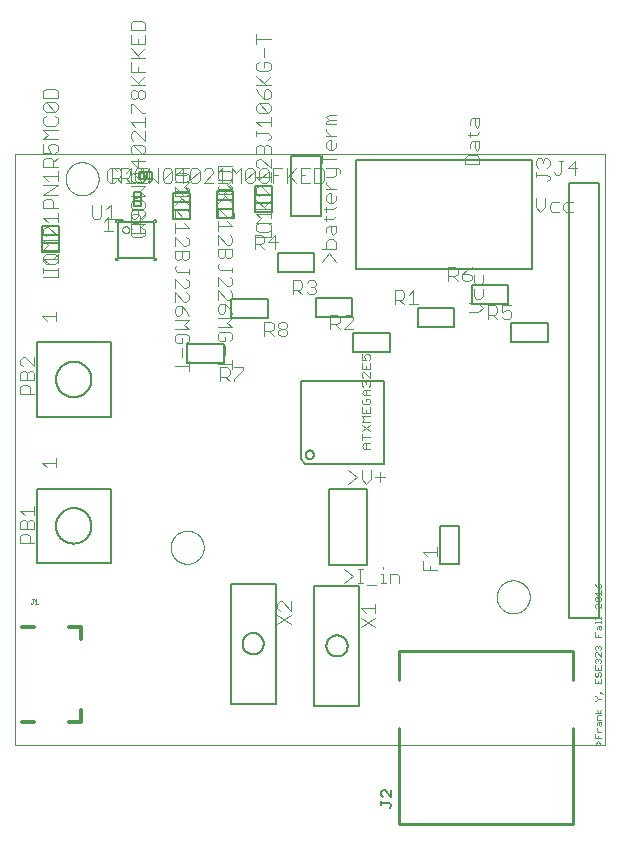
<source format=gto>
G75*
%MOIN*%
%OFA0B0*%
%FSLAX25Y25*%
%IPPOS*%
%LPD*%
%AMOC8*
5,1,8,0,0,1.08239X$1,22.5*
%
%ADD10C,0.00200*%
%ADD11C,0.00000*%
%ADD12C,0.00600*%
%ADD13C,0.00300*%
%ADD14C,0.00500*%
%ADD15C,0.00400*%
%ADD16C,0.00100*%
%ADD17C,0.01200*%
%ADD18C,0.01000*%
%ADD19C,0.00700*%
%ADD20C,0.00800*%
D10*
X0204438Y0032628D02*
X0205539Y0034095D01*
X0206640Y0032628D01*
X0206640Y0034837D02*
X0204438Y0034837D01*
X0204438Y0036305D01*
X0205172Y0037047D02*
X0206640Y0037047D01*
X0205906Y0037047D02*
X0205172Y0037781D01*
X0205172Y0038148D01*
X0205172Y0039256D02*
X0205172Y0039990D01*
X0205539Y0040357D01*
X0206640Y0040357D01*
X0206640Y0039256D01*
X0206273Y0038889D01*
X0205906Y0039256D01*
X0205906Y0040357D01*
X0205172Y0041099D02*
X0205172Y0042200D01*
X0205539Y0042567D01*
X0206640Y0042567D01*
X0206640Y0043309D02*
X0204438Y0043309D01*
X0205172Y0044410D02*
X0205906Y0043309D01*
X0206640Y0044410D01*
X0206640Y0041099D02*
X0205172Y0041099D01*
X0205539Y0035571D02*
X0205539Y0034837D01*
X0204805Y0047360D02*
X0205539Y0048094D01*
X0206640Y0048094D01*
X0205539Y0048094D02*
X0204805Y0048828D01*
X0204438Y0048828D01*
X0204438Y0047360D02*
X0204805Y0047360D01*
X0206273Y0049937D02*
X0206640Y0049937D01*
X0206640Y0050304D01*
X0206273Y0050304D01*
X0206273Y0049937D01*
X0206640Y0050304D02*
X0207374Y0049570D01*
X0206640Y0053253D02*
X0204438Y0053253D01*
X0204438Y0054721D01*
X0204805Y0055463D02*
X0205172Y0055463D01*
X0205539Y0055830D01*
X0205539Y0056564D01*
X0205906Y0056931D01*
X0206273Y0056931D01*
X0206640Y0056564D01*
X0206640Y0055830D01*
X0206273Y0055463D01*
X0206640Y0054721D02*
X0206640Y0053253D01*
X0205539Y0053253D02*
X0205539Y0053987D01*
X0204805Y0055463D02*
X0204438Y0055830D01*
X0204438Y0056564D01*
X0204805Y0056931D01*
X0204438Y0057673D02*
X0206640Y0057673D01*
X0206640Y0059141D01*
X0206273Y0059883D02*
X0206640Y0060250D01*
X0206640Y0060984D01*
X0206273Y0061351D01*
X0205906Y0061351D01*
X0205539Y0060984D01*
X0205539Y0060617D01*
X0205539Y0060984D02*
X0205172Y0061351D01*
X0204805Y0061351D01*
X0204438Y0060984D01*
X0204438Y0060250D01*
X0204805Y0059883D01*
X0204438Y0059141D02*
X0204438Y0057673D01*
X0205539Y0057673D02*
X0205539Y0058407D01*
X0204805Y0062093D02*
X0204438Y0062460D01*
X0204438Y0063194D01*
X0204805Y0063561D01*
X0205172Y0063561D01*
X0206640Y0062093D01*
X0206640Y0063561D01*
X0206273Y0064303D02*
X0206640Y0064669D01*
X0206640Y0065403D01*
X0206273Y0065770D01*
X0205906Y0065770D01*
X0205539Y0065403D01*
X0205539Y0065036D01*
X0205539Y0065403D02*
X0205172Y0065770D01*
X0204805Y0065770D01*
X0204438Y0065403D01*
X0204438Y0064669D01*
X0204805Y0064303D01*
X0204438Y0068722D02*
X0204438Y0070190D01*
X0205539Y0069456D02*
X0205539Y0068722D01*
X0206640Y0068722D02*
X0204438Y0068722D01*
X0205172Y0071299D02*
X0205172Y0072033D01*
X0205539Y0072400D01*
X0206640Y0072400D01*
X0206640Y0071299D01*
X0206273Y0070932D01*
X0205906Y0071299D01*
X0205906Y0072400D01*
X0206640Y0073142D02*
X0206640Y0073876D01*
X0206640Y0073509D02*
X0204438Y0073509D01*
X0204438Y0073142D01*
X0204438Y0074615D02*
X0204438Y0074982D01*
X0206640Y0074982D01*
X0206640Y0074615D02*
X0206640Y0075349D01*
X0206640Y0078298D02*
X0205172Y0079766D01*
X0204805Y0079766D01*
X0204438Y0079399D01*
X0204438Y0078665D01*
X0204805Y0078298D01*
X0206640Y0078298D02*
X0206640Y0079766D01*
X0206273Y0080508D02*
X0204805Y0081976D01*
X0206273Y0081976D01*
X0206640Y0081609D01*
X0206640Y0080875D01*
X0206273Y0080508D01*
X0204805Y0080508D01*
X0204438Y0080875D01*
X0204438Y0081609D01*
X0204805Y0081976D01*
X0205172Y0082718D02*
X0204438Y0083452D01*
X0206640Y0083452D01*
X0206640Y0082718D02*
X0206640Y0084186D01*
X0206273Y0084928D02*
X0206640Y0085295D01*
X0206640Y0086029D01*
X0206273Y0086396D01*
X0205906Y0086396D01*
X0205539Y0086029D01*
X0205539Y0084928D01*
X0206273Y0084928D01*
X0205539Y0084928D02*
X0204805Y0085662D01*
X0204438Y0086396D01*
D11*
X0011150Y0032803D02*
X0011150Y0229654D01*
X0208000Y0229654D01*
X0208000Y0032803D01*
X0011150Y0032803D01*
X0063118Y0098551D02*
X0063120Y0098699D01*
X0063126Y0098847D01*
X0063136Y0098995D01*
X0063150Y0099142D01*
X0063168Y0099289D01*
X0063189Y0099435D01*
X0063215Y0099581D01*
X0063245Y0099726D01*
X0063278Y0099870D01*
X0063316Y0100013D01*
X0063357Y0100155D01*
X0063402Y0100296D01*
X0063450Y0100436D01*
X0063503Y0100575D01*
X0063559Y0100712D01*
X0063619Y0100847D01*
X0063682Y0100981D01*
X0063749Y0101113D01*
X0063820Y0101243D01*
X0063894Y0101371D01*
X0063971Y0101497D01*
X0064052Y0101621D01*
X0064136Y0101743D01*
X0064223Y0101862D01*
X0064314Y0101979D01*
X0064408Y0102094D01*
X0064504Y0102206D01*
X0064604Y0102316D01*
X0064706Y0102422D01*
X0064812Y0102526D01*
X0064920Y0102627D01*
X0065031Y0102725D01*
X0065144Y0102821D01*
X0065260Y0102913D01*
X0065378Y0103002D01*
X0065499Y0103087D01*
X0065622Y0103170D01*
X0065747Y0103249D01*
X0065874Y0103325D01*
X0066003Y0103397D01*
X0066134Y0103466D01*
X0066267Y0103531D01*
X0066402Y0103592D01*
X0066538Y0103650D01*
X0066675Y0103705D01*
X0066814Y0103755D01*
X0066955Y0103802D01*
X0067096Y0103845D01*
X0067239Y0103885D01*
X0067383Y0103920D01*
X0067527Y0103952D01*
X0067673Y0103979D01*
X0067819Y0104003D01*
X0067966Y0104023D01*
X0068113Y0104039D01*
X0068260Y0104051D01*
X0068408Y0104059D01*
X0068556Y0104063D01*
X0068704Y0104063D01*
X0068852Y0104059D01*
X0069000Y0104051D01*
X0069147Y0104039D01*
X0069294Y0104023D01*
X0069441Y0104003D01*
X0069587Y0103979D01*
X0069733Y0103952D01*
X0069877Y0103920D01*
X0070021Y0103885D01*
X0070164Y0103845D01*
X0070305Y0103802D01*
X0070446Y0103755D01*
X0070585Y0103705D01*
X0070722Y0103650D01*
X0070858Y0103592D01*
X0070993Y0103531D01*
X0071126Y0103466D01*
X0071257Y0103397D01*
X0071386Y0103325D01*
X0071513Y0103249D01*
X0071638Y0103170D01*
X0071761Y0103087D01*
X0071882Y0103002D01*
X0072000Y0102913D01*
X0072116Y0102821D01*
X0072229Y0102725D01*
X0072340Y0102627D01*
X0072448Y0102526D01*
X0072554Y0102422D01*
X0072656Y0102316D01*
X0072756Y0102206D01*
X0072852Y0102094D01*
X0072946Y0101979D01*
X0073037Y0101862D01*
X0073124Y0101743D01*
X0073208Y0101621D01*
X0073289Y0101497D01*
X0073366Y0101371D01*
X0073440Y0101243D01*
X0073511Y0101113D01*
X0073578Y0100981D01*
X0073641Y0100847D01*
X0073701Y0100712D01*
X0073757Y0100575D01*
X0073810Y0100436D01*
X0073858Y0100296D01*
X0073903Y0100155D01*
X0073944Y0100013D01*
X0073982Y0099870D01*
X0074015Y0099726D01*
X0074045Y0099581D01*
X0074071Y0099435D01*
X0074092Y0099289D01*
X0074110Y0099142D01*
X0074124Y0098995D01*
X0074134Y0098847D01*
X0074140Y0098699D01*
X0074142Y0098551D01*
X0074140Y0098403D01*
X0074134Y0098255D01*
X0074124Y0098107D01*
X0074110Y0097960D01*
X0074092Y0097813D01*
X0074071Y0097667D01*
X0074045Y0097521D01*
X0074015Y0097376D01*
X0073982Y0097232D01*
X0073944Y0097089D01*
X0073903Y0096947D01*
X0073858Y0096806D01*
X0073810Y0096666D01*
X0073757Y0096527D01*
X0073701Y0096390D01*
X0073641Y0096255D01*
X0073578Y0096121D01*
X0073511Y0095989D01*
X0073440Y0095859D01*
X0073366Y0095731D01*
X0073289Y0095605D01*
X0073208Y0095481D01*
X0073124Y0095359D01*
X0073037Y0095240D01*
X0072946Y0095123D01*
X0072852Y0095008D01*
X0072756Y0094896D01*
X0072656Y0094786D01*
X0072554Y0094680D01*
X0072448Y0094576D01*
X0072340Y0094475D01*
X0072229Y0094377D01*
X0072116Y0094281D01*
X0072000Y0094189D01*
X0071882Y0094100D01*
X0071761Y0094015D01*
X0071638Y0093932D01*
X0071513Y0093853D01*
X0071386Y0093777D01*
X0071257Y0093705D01*
X0071126Y0093636D01*
X0070993Y0093571D01*
X0070858Y0093510D01*
X0070722Y0093452D01*
X0070585Y0093397D01*
X0070446Y0093347D01*
X0070305Y0093300D01*
X0070164Y0093257D01*
X0070021Y0093217D01*
X0069877Y0093182D01*
X0069733Y0093150D01*
X0069587Y0093123D01*
X0069441Y0093099D01*
X0069294Y0093079D01*
X0069147Y0093063D01*
X0069000Y0093051D01*
X0068852Y0093043D01*
X0068704Y0093039D01*
X0068556Y0093039D01*
X0068408Y0093043D01*
X0068260Y0093051D01*
X0068113Y0093063D01*
X0067966Y0093079D01*
X0067819Y0093099D01*
X0067673Y0093123D01*
X0067527Y0093150D01*
X0067383Y0093182D01*
X0067239Y0093217D01*
X0067096Y0093257D01*
X0066955Y0093300D01*
X0066814Y0093347D01*
X0066675Y0093397D01*
X0066538Y0093452D01*
X0066402Y0093510D01*
X0066267Y0093571D01*
X0066134Y0093636D01*
X0066003Y0093705D01*
X0065874Y0093777D01*
X0065747Y0093853D01*
X0065622Y0093932D01*
X0065499Y0094015D01*
X0065378Y0094100D01*
X0065260Y0094189D01*
X0065144Y0094281D01*
X0065031Y0094377D01*
X0064920Y0094475D01*
X0064812Y0094576D01*
X0064706Y0094680D01*
X0064604Y0094786D01*
X0064504Y0094896D01*
X0064408Y0095008D01*
X0064314Y0095123D01*
X0064223Y0095240D01*
X0064136Y0095359D01*
X0064052Y0095481D01*
X0063971Y0095605D01*
X0063894Y0095731D01*
X0063820Y0095859D01*
X0063749Y0095989D01*
X0063682Y0096121D01*
X0063619Y0096255D01*
X0063559Y0096390D01*
X0063503Y0096527D01*
X0063450Y0096666D01*
X0063402Y0096806D01*
X0063357Y0096947D01*
X0063316Y0097089D01*
X0063278Y0097232D01*
X0063245Y0097376D01*
X0063215Y0097521D01*
X0063189Y0097667D01*
X0063168Y0097813D01*
X0063150Y0097960D01*
X0063136Y0098107D01*
X0063126Y0098255D01*
X0063120Y0098403D01*
X0063118Y0098551D01*
X0028079Y0221386D02*
X0028081Y0221534D01*
X0028087Y0221682D01*
X0028097Y0221830D01*
X0028111Y0221977D01*
X0028129Y0222124D01*
X0028150Y0222270D01*
X0028176Y0222416D01*
X0028206Y0222561D01*
X0028239Y0222705D01*
X0028277Y0222848D01*
X0028318Y0222990D01*
X0028363Y0223131D01*
X0028411Y0223271D01*
X0028464Y0223410D01*
X0028520Y0223547D01*
X0028580Y0223682D01*
X0028643Y0223816D01*
X0028710Y0223948D01*
X0028781Y0224078D01*
X0028855Y0224206D01*
X0028932Y0224332D01*
X0029013Y0224456D01*
X0029097Y0224578D01*
X0029184Y0224697D01*
X0029275Y0224814D01*
X0029369Y0224929D01*
X0029465Y0225041D01*
X0029565Y0225151D01*
X0029667Y0225257D01*
X0029773Y0225361D01*
X0029881Y0225462D01*
X0029992Y0225560D01*
X0030105Y0225656D01*
X0030221Y0225748D01*
X0030339Y0225837D01*
X0030460Y0225922D01*
X0030583Y0226005D01*
X0030708Y0226084D01*
X0030835Y0226160D01*
X0030964Y0226232D01*
X0031095Y0226301D01*
X0031228Y0226366D01*
X0031363Y0226427D01*
X0031499Y0226485D01*
X0031636Y0226540D01*
X0031775Y0226590D01*
X0031916Y0226637D01*
X0032057Y0226680D01*
X0032200Y0226720D01*
X0032344Y0226755D01*
X0032488Y0226787D01*
X0032634Y0226814D01*
X0032780Y0226838D01*
X0032927Y0226858D01*
X0033074Y0226874D01*
X0033221Y0226886D01*
X0033369Y0226894D01*
X0033517Y0226898D01*
X0033665Y0226898D01*
X0033813Y0226894D01*
X0033961Y0226886D01*
X0034108Y0226874D01*
X0034255Y0226858D01*
X0034402Y0226838D01*
X0034548Y0226814D01*
X0034694Y0226787D01*
X0034838Y0226755D01*
X0034982Y0226720D01*
X0035125Y0226680D01*
X0035266Y0226637D01*
X0035407Y0226590D01*
X0035546Y0226540D01*
X0035683Y0226485D01*
X0035819Y0226427D01*
X0035954Y0226366D01*
X0036087Y0226301D01*
X0036218Y0226232D01*
X0036347Y0226160D01*
X0036474Y0226084D01*
X0036599Y0226005D01*
X0036722Y0225922D01*
X0036843Y0225837D01*
X0036961Y0225748D01*
X0037077Y0225656D01*
X0037190Y0225560D01*
X0037301Y0225462D01*
X0037409Y0225361D01*
X0037515Y0225257D01*
X0037617Y0225151D01*
X0037717Y0225041D01*
X0037813Y0224929D01*
X0037907Y0224814D01*
X0037998Y0224697D01*
X0038085Y0224578D01*
X0038169Y0224456D01*
X0038250Y0224332D01*
X0038327Y0224206D01*
X0038401Y0224078D01*
X0038472Y0223948D01*
X0038539Y0223816D01*
X0038602Y0223682D01*
X0038662Y0223547D01*
X0038718Y0223410D01*
X0038771Y0223271D01*
X0038819Y0223131D01*
X0038864Y0222990D01*
X0038905Y0222848D01*
X0038943Y0222705D01*
X0038976Y0222561D01*
X0039006Y0222416D01*
X0039032Y0222270D01*
X0039053Y0222124D01*
X0039071Y0221977D01*
X0039085Y0221830D01*
X0039095Y0221682D01*
X0039101Y0221534D01*
X0039103Y0221386D01*
X0039101Y0221238D01*
X0039095Y0221090D01*
X0039085Y0220942D01*
X0039071Y0220795D01*
X0039053Y0220648D01*
X0039032Y0220502D01*
X0039006Y0220356D01*
X0038976Y0220211D01*
X0038943Y0220067D01*
X0038905Y0219924D01*
X0038864Y0219782D01*
X0038819Y0219641D01*
X0038771Y0219501D01*
X0038718Y0219362D01*
X0038662Y0219225D01*
X0038602Y0219090D01*
X0038539Y0218956D01*
X0038472Y0218824D01*
X0038401Y0218694D01*
X0038327Y0218566D01*
X0038250Y0218440D01*
X0038169Y0218316D01*
X0038085Y0218194D01*
X0037998Y0218075D01*
X0037907Y0217958D01*
X0037813Y0217843D01*
X0037717Y0217731D01*
X0037617Y0217621D01*
X0037515Y0217515D01*
X0037409Y0217411D01*
X0037301Y0217310D01*
X0037190Y0217212D01*
X0037077Y0217116D01*
X0036961Y0217024D01*
X0036843Y0216935D01*
X0036722Y0216850D01*
X0036599Y0216767D01*
X0036474Y0216688D01*
X0036347Y0216612D01*
X0036218Y0216540D01*
X0036087Y0216471D01*
X0035954Y0216406D01*
X0035819Y0216345D01*
X0035683Y0216287D01*
X0035546Y0216232D01*
X0035407Y0216182D01*
X0035266Y0216135D01*
X0035125Y0216092D01*
X0034982Y0216052D01*
X0034838Y0216017D01*
X0034694Y0215985D01*
X0034548Y0215958D01*
X0034402Y0215934D01*
X0034255Y0215914D01*
X0034108Y0215898D01*
X0033961Y0215886D01*
X0033813Y0215878D01*
X0033665Y0215874D01*
X0033517Y0215874D01*
X0033369Y0215878D01*
X0033221Y0215886D01*
X0033074Y0215898D01*
X0032927Y0215914D01*
X0032780Y0215934D01*
X0032634Y0215958D01*
X0032488Y0215985D01*
X0032344Y0216017D01*
X0032200Y0216052D01*
X0032057Y0216092D01*
X0031916Y0216135D01*
X0031775Y0216182D01*
X0031636Y0216232D01*
X0031499Y0216287D01*
X0031363Y0216345D01*
X0031228Y0216406D01*
X0031095Y0216471D01*
X0030964Y0216540D01*
X0030835Y0216612D01*
X0030708Y0216688D01*
X0030583Y0216767D01*
X0030460Y0216850D01*
X0030339Y0216935D01*
X0030221Y0217024D01*
X0030105Y0217116D01*
X0029992Y0217212D01*
X0029881Y0217310D01*
X0029773Y0217411D01*
X0029667Y0217515D01*
X0029565Y0217621D01*
X0029465Y0217731D01*
X0029369Y0217843D01*
X0029275Y0217958D01*
X0029184Y0218075D01*
X0029097Y0218194D01*
X0029013Y0218316D01*
X0028932Y0218440D01*
X0028855Y0218566D01*
X0028781Y0218694D01*
X0028710Y0218824D01*
X0028643Y0218956D01*
X0028580Y0219090D01*
X0028520Y0219225D01*
X0028464Y0219362D01*
X0028411Y0219501D01*
X0028363Y0219641D01*
X0028318Y0219782D01*
X0028277Y0219924D01*
X0028239Y0220067D01*
X0028206Y0220211D01*
X0028176Y0220356D01*
X0028150Y0220502D01*
X0028129Y0220648D01*
X0028111Y0220795D01*
X0028097Y0220942D01*
X0028087Y0221090D01*
X0028081Y0221238D01*
X0028079Y0221386D01*
X0171779Y0082016D02*
X0171781Y0082164D01*
X0171787Y0082312D01*
X0171797Y0082460D01*
X0171811Y0082607D01*
X0171829Y0082754D01*
X0171850Y0082900D01*
X0171876Y0083046D01*
X0171906Y0083191D01*
X0171939Y0083335D01*
X0171977Y0083478D01*
X0172018Y0083620D01*
X0172063Y0083761D01*
X0172111Y0083901D01*
X0172164Y0084040D01*
X0172220Y0084177D01*
X0172280Y0084312D01*
X0172343Y0084446D01*
X0172410Y0084578D01*
X0172481Y0084708D01*
X0172555Y0084836D01*
X0172632Y0084962D01*
X0172713Y0085086D01*
X0172797Y0085208D01*
X0172884Y0085327D01*
X0172975Y0085444D01*
X0173069Y0085559D01*
X0173165Y0085671D01*
X0173265Y0085781D01*
X0173367Y0085887D01*
X0173473Y0085991D01*
X0173581Y0086092D01*
X0173692Y0086190D01*
X0173805Y0086286D01*
X0173921Y0086378D01*
X0174039Y0086467D01*
X0174160Y0086552D01*
X0174283Y0086635D01*
X0174408Y0086714D01*
X0174535Y0086790D01*
X0174664Y0086862D01*
X0174795Y0086931D01*
X0174928Y0086996D01*
X0175063Y0087057D01*
X0175199Y0087115D01*
X0175336Y0087170D01*
X0175475Y0087220D01*
X0175616Y0087267D01*
X0175757Y0087310D01*
X0175900Y0087350D01*
X0176044Y0087385D01*
X0176188Y0087417D01*
X0176334Y0087444D01*
X0176480Y0087468D01*
X0176627Y0087488D01*
X0176774Y0087504D01*
X0176921Y0087516D01*
X0177069Y0087524D01*
X0177217Y0087528D01*
X0177365Y0087528D01*
X0177513Y0087524D01*
X0177661Y0087516D01*
X0177808Y0087504D01*
X0177955Y0087488D01*
X0178102Y0087468D01*
X0178248Y0087444D01*
X0178394Y0087417D01*
X0178538Y0087385D01*
X0178682Y0087350D01*
X0178825Y0087310D01*
X0178966Y0087267D01*
X0179107Y0087220D01*
X0179246Y0087170D01*
X0179383Y0087115D01*
X0179519Y0087057D01*
X0179654Y0086996D01*
X0179787Y0086931D01*
X0179918Y0086862D01*
X0180047Y0086790D01*
X0180174Y0086714D01*
X0180299Y0086635D01*
X0180422Y0086552D01*
X0180543Y0086467D01*
X0180661Y0086378D01*
X0180777Y0086286D01*
X0180890Y0086190D01*
X0181001Y0086092D01*
X0181109Y0085991D01*
X0181215Y0085887D01*
X0181317Y0085781D01*
X0181417Y0085671D01*
X0181513Y0085559D01*
X0181607Y0085444D01*
X0181698Y0085327D01*
X0181785Y0085208D01*
X0181869Y0085086D01*
X0181950Y0084962D01*
X0182027Y0084836D01*
X0182101Y0084708D01*
X0182172Y0084578D01*
X0182239Y0084446D01*
X0182302Y0084312D01*
X0182362Y0084177D01*
X0182418Y0084040D01*
X0182471Y0083901D01*
X0182519Y0083761D01*
X0182564Y0083620D01*
X0182605Y0083478D01*
X0182643Y0083335D01*
X0182676Y0083191D01*
X0182706Y0083046D01*
X0182732Y0082900D01*
X0182753Y0082754D01*
X0182771Y0082607D01*
X0182785Y0082460D01*
X0182795Y0082312D01*
X0182801Y0082164D01*
X0182803Y0082016D01*
X0182801Y0081868D01*
X0182795Y0081720D01*
X0182785Y0081572D01*
X0182771Y0081425D01*
X0182753Y0081278D01*
X0182732Y0081132D01*
X0182706Y0080986D01*
X0182676Y0080841D01*
X0182643Y0080697D01*
X0182605Y0080554D01*
X0182564Y0080412D01*
X0182519Y0080271D01*
X0182471Y0080131D01*
X0182418Y0079992D01*
X0182362Y0079855D01*
X0182302Y0079720D01*
X0182239Y0079586D01*
X0182172Y0079454D01*
X0182101Y0079324D01*
X0182027Y0079196D01*
X0181950Y0079070D01*
X0181869Y0078946D01*
X0181785Y0078824D01*
X0181698Y0078705D01*
X0181607Y0078588D01*
X0181513Y0078473D01*
X0181417Y0078361D01*
X0181317Y0078251D01*
X0181215Y0078145D01*
X0181109Y0078041D01*
X0181001Y0077940D01*
X0180890Y0077842D01*
X0180777Y0077746D01*
X0180661Y0077654D01*
X0180543Y0077565D01*
X0180422Y0077480D01*
X0180299Y0077397D01*
X0180174Y0077318D01*
X0180047Y0077242D01*
X0179918Y0077170D01*
X0179787Y0077101D01*
X0179654Y0077036D01*
X0179519Y0076975D01*
X0179383Y0076917D01*
X0179246Y0076862D01*
X0179107Y0076812D01*
X0178966Y0076765D01*
X0178825Y0076722D01*
X0178682Y0076682D01*
X0178538Y0076647D01*
X0178394Y0076615D01*
X0178248Y0076588D01*
X0178102Y0076564D01*
X0177955Y0076544D01*
X0177808Y0076528D01*
X0177661Y0076516D01*
X0177513Y0076508D01*
X0177365Y0076504D01*
X0177217Y0076504D01*
X0177069Y0076508D01*
X0176921Y0076516D01*
X0176774Y0076528D01*
X0176627Y0076544D01*
X0176480Y0076564D01*
X0176334Y0076588D01*
X0176188Y0076615D01*
X0176044Y0076647D01*
X0175900Y0076682D01*
X0175757Y0076722D01*
X0175616Y0076765D01*
X0175475Y0076812D01*
X0175336Y0076862D01*
X0175199Y0076917D01*
X0175063Y0076975D01*
X0174928Y0077036D01*
X0174795Y0077101D01*
X0174664Y0077170D01*
X0174535Y0077242D01*
X0174408Y0077318D01*
X0174283Y0077397D01*
X0174160Y0077480D01*
X0174039Y0077565D01*
X0173921Y0077654D01*
X0173805Y0077746D01*
X0173692Y0077842D01*
X0173581Y0077940D01*
X0173473Y0078041D01*
X0173367Y0078145D01*
X0173265Y0078251D01*
X0173165Y0078361D01*
X0173069Y0078473D01*
X0172975Y0078588D01*
X0172884Y0078705D01*
X0172797Y0078824D01*
X0172713Y0078946D01*
X0172632Y0079070D01*
X0172555Y0079196D01*
X0172481Y0079324D01*
X0172410Y0079454D01*
X0172343Y0079586D01*
X0172280Y0079720D01*
X0172220Y0079855D01*
X0172164Y0079992D01*
X0172111Y0080131D01*
X0172063Y0080271D01*
X0172018Y0080412D01*
X0171977Y0080554D01*
X0171939Y0080697D01*
X0171906Y0080841D01*
X0171876Y0080986D01*
X0171850Y0081132D01*
X0171829Y0081278D01*
X0171811Y0081425D01*
X0171797Y0081572D01*
X0171787Y0081720D01*
X0171781Y0081868D01*
X0171779Y0082016D01*
D12*
X0134083Y0126445D02*
X0107882Y0126445D01*
X0106484Y0127843D01*
X0106484Y0154043D01*
X0134083Y0154043D01*
X0134083Y0126445D01*
X0108069Y0129444D02*
X0108071Y0129519D01*
X0108077Y0129593D01*
X0108087Y0129667D01*
X0108100Y0129740D01*
X0108118Y0129813D01*
X0108139Y0129884D01*
X0108164Y0129955D01*
X0108193Y0130024D01*
X0108226Y0130091D01*
X0108262Y0130156D01*
X0108301Y0130220D01*
X0108343Y0130281D01*
X0108389Y0130340D01*
X0108438Y0130397D01*
X0108490Y0130450D01*
X0108544Y0130501D01*
X0108601Y0130550D01*
X0108661Y0130594D01*
X0108723Y0130636D01*
X0108787Y0130675D01*
X0108853Y0130710D01*
X0108920Y0130741D01*
X0108990Y0130769D01*
X0109060Y0130793D01*
X0109132Y0130814D01*
X0109205Y0130830D01*
X0109278Y0130843D01*
X0109353Y0130852D01*
X0109427Y0130857D01*
X0109502Y0130858D01*
X0109576Y0130855D01*
X0109651Y0130848D01*
X0109724Y0130837D01*
X0109798Y0130823D01*
X0109870Y0130804D01*
X0109941Y0130782D01*
X0110011Y0130756D01*
X0110080Y0130726D01*
X0110146Y0130693D01*
X0110211Y0130656D01*
X0110274Y0130616D01*
X0110335Y0130572D01*
X0110393Y0130526D01*
X0110449Y0130476D01*
X0110502Y0130424D01*
X0110553Y0130369D01*
X0110600Y0130311D01*
X0110644Y0130251D01*
X0110685Y0130188D01*
X0110723Y0130124D01*
X0110757Y0130058D01*
X0110788Y0129989D01*
X0110815Y0129920D01*
X0110838Y0129849D01*
X0110857Y0129777D01*
X0110873Y0129704D01*
X0110885Y0129630D01*
X0110893Y0129556D01*
X0110897Y0129481D01*
X0110897Y0129407D01*
X0110893Y0129332D01*
X0110885Y0129258D01*
X0110873Y0129184D01*
X0110857Y0129111D01*
X0110838Y0129039D01*
X0110815Y0128968D01*
X0110788Y0128899D01*
X0110757Y0128830D01*
X0110723Y0128764D01*
X0110685Y0128700D01*
X0110644Y0128637D01*
X0110600Y0128577D01*
X0110553Y0128519D01*
X0110502Y0128464D01*
X0110449Y0128412D01*
X0110393Y0128362D01*
X0110335Y0128316D01*
X0110274Y0128272D01*
X0110211Y0128232D01*
X0110146Y0128195D01*
X0110080Y0128162D01*
X0110011Y0128132D01*
X0109941Y0128106D01*
X0109870Y0128084D01*
X0109798Y0128065D01*
X0109724Y0128051D01*
X0109651Y0128040D01*
X0109576Y0128033D01*
X0109502Y0128030D01*
X0109427Y0128031D01*
X0109353Y0128036D01*
X0109278Y0128045D01*
X0109205Y0128058D01*
X0109132Y0128074D01*
X0109060Y0128095D01*
X0108990Y0128119D01*
X0108920Y0128147D01*
X0108853Y0128178D01*
X0108787Y0128213D01*
X0108723Y0128252D01*
X0108661Y0128294D01*
X0108601Y0128338D01*
X0108544Y0128387D01*
X0108490Y0128438D01*
X0108438Y0128491D01*
X0108389Y0128548D01*
X0108343Y0128607D01*
X0108301Y0128668D01*
X0108262Y0128732D01*
X0108226Y0128797D01*
X0108193Y0128864D01*
X0108164Y0128933D01*
X0108139Y0129004D01*
X0108118Y0129075D01*
X0108100Y0129148D01*
X0108087Y0129221D01*
X0108077Y0129295D01*
X0108071Y0129369D01*
X0108069Y0129444D01*
X0057683Y0194892D02*
X0045483Y0194892D01*
X0045483Y0207092D01*
X0057683Y0207092D01*
X0057683Y0194892D01*
X0064019Y0207813D02*
X0069619Y0207813D01*
X0069619Y0213613D01*
X0069619Y0216613D01*
X0064019Y0216613D01*
X0064019Y0213613D01*
X0064019Y0210813D01*
X0064019Y0207813D01*
X0064019Y0210813D02*
X0069619Y0210813D01*
X0069719Y0207813D01*
X0069619Y0207813D01*
X0069619Y0213613D02*
X0064019Y0213613D01*
X0056932Y0221288D02*
X0056932Y0223688D01*
X0055232Y0223688D01*
X0054132Y0223688D01*
X0052532Y0223688D01*
X0052532Y0221288D01*
X0054132Y0221288D01*
X0055332Y0221288D01*
X0056932Y0221288D01*
X0055332Y0221288D02*
X0055232Y0223688D01*
X0054132Y0223688D02*
X0054132Y0221288D01*
X0053334Y0216814D02*
X0050934Y0216814D01*
X0050934Y0215114D01*
X0050934Y0214014D01*
X0050934Y0212414D01*
X0053334Y0212414D01*
X0053334Y0214014D01*
X0053334Y0215214D01*
X0053334Y0216814D01*
X0053334Y0215214D02*
X0050934Y0215114D01*
X0050934Y0214014D02*
X0053334Y0214014D01*
X0078428Y0214243D02*
X0078428Y0211443D01*
X0078428Y0208443D01*
X0084028Y0208443D01*
X0084028Y0214243D01*
X0084028Y0217243D01*
X0078428Y0217243D01*
X0078428Y0214243D01*
X0084028Y0214243D01*
X0084028Y0211443D02*
X0084128Y0208443D01*
X0084028Y0208443D01*
X0084028Y0211443D02*
X0078428Y0211443D01*
X0091263Y0210332D02*
X0096863Y0210332D01*
X0096863Y0213332D01*
X0096863Y0216132D01*
X0096863Y0219132D01*
X0091263Y0219132D01*
X0091263Y0213332D01*
X0091263Y0210332D01*
X0091263Y0213332D02*
X0096863Y0213332D01*
X0096863Y0216132D02*
X0091263Y0216132D01*
X0091163Y0219132D01*
X0091263Y0219132D01*
X0025879Y0205628D02*
X0025879Y0202628D01*
X0025879Y0199828D01*
X0025879Y0196828D01*
X0020279Y0196828D01*
X0020279Y0199828D01*
X0020279Y0205628D01*
X0025879Y0205628D01*
X0025879Y0202628D02*
X0020279Y0202628D01*
X0020179Y0205628D01*
X0020279Y0205628D01*
X0020279Y0199828D02*
X0025879Y0199828D01*
D13*
X0025429Y0200822D02*
X0020725Y0200822D01*
X0022293Y0199254D01*
X0020725Y0197686D01*
X0025429Y0197686D01*
X0025429Y0196284D02*
X0025429Y0193148D01*
X0025429Y0193866D02*
X0024645Y0193082D01*
X0021509Y0193082D01*
X0020725Y0193866D01*
X0020725Y0195434D01*
X0021509Y0196218D01*
X0024645Y0196218D01*
X0025429Y0195434D01*
X0025429Y0193866D01*
X0025429Y0194716D02*
X0020725Y0194716D01*
X0022293Y0193148D01*
X0020725Y0191646D02*
X0020725Y0190078D01*
X0020725Y0190862D02*
X0025429Y0190862D01*
X0025429Y0191614D02*
X0025429Y0188478D01*
X0020725Y0188478D01*
X0025429Y0190078D02*
X0025429Y0191646D01*
X0023861Y0194650D02*
X0025429Y0196218D01*
X0025429Y0202290D02*
X0022293Y0205426D01*
X0021509Y0205426D01*
X0020725Y0204642D01*
X0020725Y0203074D01*
X0021509Y0202290D01*
X0025429Y0202290D02*
X0025429Y0205426D01*
X0025429Y0206894D02*
X0025429Y0210030D01*
X0025429Y0211498D02*
X0020725Y0211498D01*
X0020725Y0213850D01*
X0021509Y0214634D01*
X0023077Y0214634D01*
X0023861Y0213850D01*
X0023861Y0211498D01*
X0025429Y0216102D02*
X0020725Y0216102D01*
X0025429Y0219238D01*
X0020725Y0219238D01*
X0022293Y0220706D02*
X0020725Y0222274D01*
X0025429Y0222274D01*
X0025429Y0220706D02*
X0025429Y0223842D01*
X0025429Y0225310D02*
X0020725Y0225310D01*
X0020725Y0227662D01*
X0021509Y0228446D01*
X0023077Y0228446D01*
X0023861Y0227662D01*
X0023861Y0225310D01*
X0023861Y0226878D02*
X0025429Y0228446D01*
X0024645Y0229914D02*
X0025429Y0230698D01*
X0025429Y0232266D01*
X0024645Y0233050D01*
X0023077Y0233050D01*
X0022293Y0232266D01*
X0022293Y0231482D01*
X0023077Y0229914D01*
X0020725Y0229914D01*
X0020725Y0233050D01*
X0020725Y0234518D02*
X0022293Y0236086D01*
X0020725Y0237654D01*
X0025429Y0237654D01*
X0024645Y0239122D02*
X0021509Y0239122D01*
X0020725Y0239906D01*
X0020725Y0241474D01*
X0021509Y0242258D01*
X0021509Y0243725D02*
X0020725Y0244509D01*
X0020725Y0246077D01*
X0021509Y0246861D01*
X0024645Y0243725D01*
X0025429Y0244509D01*
X0025429Y0246077D01*
X0024645Y0246861D01*
X0021509Y0246861D01*
X0020725Y0248329D02*
X0020725Y0250681D01*
X0021509Y0251465D01*
X0024645Y0251465D01*
X0025429Y0250681D01*
X0025429Y0248329D01*
X0020725Y0248329D01*
X0021509Y0243725D02*
X0024645Y0243725D01*
X0024645Y0242258D02*
X0025429Y0241474D01*
X0025429Y0239906D01*
X0024645Y0239122D01*
X0025429Y0234518D02*
X0020725Y0234518D01*
X0036889Y0212795D02*
X0036889Y0208875D01*
X0037673Y0208091D01*
X0039241Y0208091D01*
X0040025Y0208875D01*
X0040025Y0212795D01*
X0041493Y0211227D02*
X0043061Y0212795D01*
X0043061Y0208091D01*
X0041493Y0208091D02*
X0044629Y0208091D01*
X0049780Y0208820D02*
X0049780Y0206468D01*
X0054484Y0206468D01*
X0054484Y0206600D02*
X0052916Y0205032D01*
X0052916Y0205816D02*
X0052916Y0203464D01*
X0054484Y0203464D02*
X0049780Y0203464D01*
X0049780Y0205816D01*
X0050564Y0206600D01*
X0052132Y0206600D01*
X0052916Y0205816D01*
X0052916Y0206468D02*
X0052916Y0208820D01*
X0052132Y0209604D01*
X0050564Y0209604D01*
X0049780Y0208820D01*
X0049780Y0208852D02*
X0050564Y0208068D01*
X0051348Y0208068D01*
X0052132Y0208852D01*
X0052132Y0211204D01*
X0053700Y0211204D02*
X0050564Y0211204D01*
X0049780Y0210420D01*
X0049780Y0208852D01*
X0050564Y0211072D02*
X0053700Y0211072D01*
X0054484Y0211856D01*
X0054484Y0213424D01*
X0053700Y0214208D01*
X0054484Y0215676D02*
X0052916Y0217244D01*
X0054484Y0218812D01*
X0049780Y0218812D01*
X0049754Y0220138D02*
X0049754Y0224842D01*
X0048186Y0223274D01*
X0048154Y0221706D02*
X0049722Y0220138D01*
X0050564Y0220280D02*
X0049780Y0221064D01*
X0049780Y0222632D01*
X0050564Y0223416D01*
X0053700Y0220280D01*
X0054484Y0221064D01*
X0054484Y0222632D01*
X0053700Y0223416D01*
X0050564Y0223416D01*
X0051190Y0224058D02*
X0051190Y0220922D01*
X0051974Y0220138D01*
X0053542Y0220138D01*
X0054326Y0220922D01*
X0053700Y0220280D02*
X0050564Y0220280D01*
X0051322Y0220138D02*
X0048186Y0220138D01*
X0046718Y0220138D02*
X0045150Y0221706D01*
X0045934Y0221706D02*
X0043582Y0221706D01*
X0043582Y0220138D02*
X0043582Y0224842D01*
X0045934Y0224842D01*
X0046718Y0224058D01*
X0046718Y0222490D01*
X0045934Y0221706D01*
X0046586Y0221706D02*
X0048938Y0221706D01*
X0049722Y0222490D01*
X0049722Y0224058D01*
X0048938Y0224842D01*
X0046586Y0224842D01*
X0046586Y0220138D01*
X0045118Y0220922D02*
X0044334Y0220138D01*
X0042766Y0220138D01*
X0041982Y0220922D01*
X0041982Y0224058D01*
X0042766Y0224842D01*
X0044334Y0224842D01*
X0045118Y0224058D01*
X0049780Y0227236D02*
X0052132Y0224884D01*
X0052132Y0228020D01*
X0053700Y0229488D02*
X0050564Y0232624D01*
X0053700Y0232624D01*
X0054484Y0231840D01*
X0054484Y0230272D01*
X0053700Y0229488D01*
X0050564Y0229488D01*
X0049780Y0230272D01*
X0049780Y0231840D01*
X0050564Y0232624D01*
X0050564Y0234092D02*
X0049780Y0234876D01*
X0049780Y0236444D01*
X0050564Y0237228D01*
X0051348Y0237228D01*
X0054484Y0234092D01*
X0054484Y0237228D01*
X0054484Y0238696D02*
X0054484Y0241832D01*
X0054484Y0243299D02*
X0053700Y0243299D01*
X0050564Y0246436D01*
X0049780Y0246436D01*
X0049780Y0243299D01*
X0049780Y0240264D02*
X0054484Y0240264D01*
X0051348Y0238696D02*
X0049780Y0240264D01*
X0050564Y0247903D02*
X0051348Y0247903D01*
X0052132Y0248687D01*
X0052132Y0250255D01*
X0052916Y0251039D01*
X0053700Y0251039D01*
X0054484Y0250255D01*
X0054484Y0248687D01*
X0053700Y0247903D01*
X0052916Y0247903D01*
X0052132Y0248687D01*
X0052132Y0250255D02*
X0051348Y0251039D01*
X0050564Y0251039D01*
X0049780Y0250255D01*
X0049780Y0248687D01*
X0050564Y0247903D01*
X0049780Y0252507D02*
X0054484Y0252507D01*
X0052916Y0252507D02*
X0049780Y0255643D01*
X0049780Y0257111D02*
X0049780Y0260247D01*
X0049780Y0261715D02*
X0054484Y0261715D01*
X0052916Y0261715D02*
X0049780Y0264851D01*
X0049780Y0266319D02*
X0054484Y0266319D01*
X0054484Y0269455D01*
X0054484Y0270923D02*
X0054484Y0273275D01*
X0053700Y0274059D01*
X0050564Y0274059D01*
X0049780Y0273275D01*
X0049780Y0270923D01*
X0054484Y0270923D01*
X0052132Y0267887D02*
X0052132Y0266319D01*
X0049780Y0266319D02*
X0049780Y0269455D01*
X0054484Y0264851D02*
X0052132Y0262499D01*
X0052132Y0258679D02*
X0052132Y0257111D01*
X0054484Y0257111D02*
X0049780Y0257111D01*
X0052132Y0253291D02*
X0054484Y0255643D01*
X0054484Y0227236D02*
X0049780Y0227236D01*
X0051974Y0224842D02*
X0051190Y0224058D01*
X0051974Y0224842D02*
X0053542Y0224842D01*
X0054326Y0224058D01*
X0053574Y0224842D02*
X0055142Y0224842D01*
X0055926Y0224058D01*
X0052790Y0220922D01*
X0053574Y0220138D01*
X0055142Y0220138D01*
X0055926Y0220922D01*
X0055926Y0224058D01*
X0055794Y0224842D02*
X0055794Y0220138D01*
X0057362Y0221706D01*
X0058930Y0220138D01*
X0058930Y0224842D01*
X0060398Y0224058D02*
X0060398Y0220922D01*
X0063534Y0224058D01*
X0063534Y0220922D01*
X0062750Y0220138D01*
X0061182Y0220138D01*
X0060398Y0220922D01*
X0060398Y0224058D02*
X0061182Y0224842D01*
X0062750Y0224842D01*
X0063534Y0224058D01*
X0064469Y0224963D02*
X0064469Y0221827D01*
X0064469Y0222579D02*
X0064469Y0221011D01*
X0065253Y0220227D01*
X0064469Y0220359D02*
X0069173Y0220359D01*
X0067605Y0218791D01*
X0069173Y0217223D01*
X0064469Y0217223D01*
X0064469Y0215755D02*
X0069173Y0215755D01*
X0069173Y0216407D02*
X0069173Y0217975D01*
X0068389Y0218759D01*
X0068389Y0220227D02*
X0069173Y0221011D01*
X0069173Y0222579D01*
X0068389Y0223363D01*
X0065253Y0223363D01*
X0064469Y0222579D01*
X0065002Y0222490D02*
X0068138Y0222490D01*
X0069606Y0220922D02*
X0072742Y0224058D01*
X0072742Y0220922D01*
X0071958Y0220138D01*
X0070390Y0220138D01*
X0069606Y0220922D01*
X0069606Y0224058D01*
X0070390Y0224842D01*
X0071958Y0224842D01*
X0072742Y0224058D01*
X0074210Y0224058D02*
X0074994Y0224842D01*
X0076562Y0224842D01*
X0077346Y0224058D01*
X0077346Y0223274D01*
X0074210Y0220138D01*
X0077346Y0220138D01*
X0078814Y0220138D02*
X0081950Y0220138D01*
X0082014Y0219421D02*
X0083582Y0217853D01*
X0078878Y0217853D01*
X0078878Y0218605D02*
X0079662Y0219389D01*
X0080382Y0220138D02*
X0080382Y0224842D01*
X0078814Y0223274D01*
X0078878Y0223209D02*
X0078878Y0221641D01*
X0079662Y0220857D01*
X0078878Y0220989D02*
X0083582Y0220989D01*
X0082014Y0219421D01*
X0082798Y0219389D02*
X0083582Y0218605D01*
X0083582Y0217037D01*
X0082798Y0216253D01*
X0082014Y0216253D01*
X0081230Y0217037D01*
X0080446Y0216253D01*
X0079662Y0216253D01*
X0078878Y0217037D01*
X0078878Y0218605D01*
X0078878Y0216385D02*
X0083582Y0216385D01*
X0081230Y0217037D02*
X0081230Y0217821D01*
X0080446Y0216385D02*
X0083582Y0213249D01*
X0082798Y0211781D02*
X0083582Y0210997D01*
X0083582Y0209429D01*
X0082798Y0208645D01*
X0082014Y0208645D01*
X0078878Y0211781D01*
X0078878Y0208645D01*
X0078878Y0207177D02*
X0078878Y0204041D01*
X0078878Y0202573D02*
X0082014Y0199437D01*
X0082798Y0199437D01*
X0083582Y0200221D01*
X0083582Y0201789D01*
X0082798Y0202573D01*
X0083582Y0205609D02*
X0078878Y0205609D01*
X0078878Y0202573D02*
X0078878Y0199437D01*
X0078878Y0197969D02*
X0078878Y0195617D01*
X0079662Y0194833D01*
X0080446Y0194833D01*
X0081230Y0195617D01*
X0081230Y0197969D01*
X0078878Y0197969D02*
X0083582Y0197969D01*
X0083582Y0195617D01*
X0082798Y0194833D01*
X0082014Y0194833D01*
X0081230Y0195617D01*
X0079662Y0193365D02*
X0078878Y0192581D01*
X0078878Y0191797D01*
X0079662Y0191013D01*
X0083582Y0191013D01*
X0083582Y0191797D02*
X0083582Y0190229D01*
X0082798Y0188761D02*
X0083582Y0187977D01*
X0083582Y0186409D01*
X0082798Y0185625D01*
X0082014Y0185625D01*
X0078878Y0188761D01*
X0078878Y0185625D01*
X0078878Y0184157D02*
X0082014Y0181021D01*
X0082798Y0181021D01*
X0083582Y0181805D01*
X0083582Y0183373D01*
X0082798Y0184157D01*
X0078878Y0184157D02*
X0078878Y0181021D01*
X0079662Y0179553D02*
X0078878Y0178769D01*
X0078878Y0177201D01*
X0079662Y0176417D01*
X0080446Y0176417D01*
X0081230Y0177201D01*
X0081230Y0179553D01*
X0079662Y0179553D01*
X0081230Y0179553D02*
X0082798Y0177985D01*
X0083582Y0176417D01*
X0083582Y0174949D02*
X0082014Y0173381D01*
X0083582Y0171813D01*
X0078878Y0171813D01*
X0079662Y0170345D02*
X0078878Y0169561D01*
X0078878Y0167993D01*
X0079662Y0167209D01*
X0081230Y0167209D01*
X0081230Y0168777D01*
X0082798Y0167209D02*
X0083582Y0167993D01*
X0083582Y0169561D01*
X0082798Y0170345D01*
X0079662Y0170345D01*
X0078878Y0174949D02*
X0083582Y0174949D01*
X0081230Y0165741D02*
X0081230Y0162605D01*
X0083582Y0161138D02*
X0083582Y0158002D01*
X0083582Y0159570D02*
X0078878Y0159570D01*
X0069173Y0158940D02*
X0064469Y0158940D01*
X0066821Y0161976D02*
X0066821Y0165112D01*
X0066821Y0166579D02*
X0066821Y0168148D01*
X0066821Y0166579D02*
X0065253Y0166579D01*
X0064469Y0167363D01*
X0064469Y0168932D01*
X0065253Y0169716D01*
X0068389Y0169716D01*
X0069173Y0168932D01*
X0069173Y0167363D01*
X0068389Y0166579D01*
X0069173Y0171183D02*
X0064469Y0171183D01*
X0064469Y0174319D02*
X0069173Y0174319D01*
X0067605Y0172751D01*
X0069173Y0171183D01*
X0069173Y0175787D02*
X0068389Y0177355D01*
X0066821Y0178923D01*
X0066821Y0176571D01*
X0066037Y0175787D01*
X0065253Y0175787D01*
X0064469Y0176571D01*
X0064469Y0178139D01*
X0065253Y0178923D01*
X0066821Y0178923D01*
X0067605Y0180391D02*
X0068389Y0180391D01*
X0069173Y0181175D01*
X0069173Y0182743D01*
X0068389Y0183527D01*
X0068389Y0184995D02*
X0069173Y0185779D01*
X0069173Y0187347D01*
X0068389Y0188131D01*
X0069173Y0189599D02*
X0069173Y0191167D01*
X0069173Y0190383D02*
X0065253Y0190383D01*
X0064469Y0191167D01*
X0064469Y0191951D01*
X0065253Y0192735D01*
X0065253Y0194203D02*
X0064469Y0194987D01*
X0064469Y0197339D01*
X0069173Y0197339D01*
X0069173Y0194987D01*
X0068389Y0194203D01*
X0067605Y0194203D01*
X0066821Y0194987D01*
X0066821Y0197339D01*
X0067605Y0198807D02*
X0068389Y0198807D01*
X0069173Y0199591D01*
X0069173Y0201159D01*
X0068389Y0201943D01*
X0069173Y0204979D02*
X0064469Y0204979D01*
X0064469Y0206547D02*
X0064469Y0203411D01*
X0064469Y0201943D02*
X0067605Y0198807D01*
X0066821Y0194987D02*
X0066037Y0194203D01*
X0065253Y0194203D01*
X0064469Y0198807D02*
X0064469Y0201943D01*
X0067605Y0206547D02*
X0069173Y0204979D01*
X0068389Y0208015D02*
X0069173Y0208799D01*
X0069173Y0210367D01*
X0068389Y0211151D01*
X0069173Y0212619D02*
X0066037Y0215755D01*
X0066821Y0214971D02*
X0064469Y0212619D01*
X0064469Y0211151D02*
X0067605Y0208015D01*
X0068389Y0208015D01*
X0064469Y0208015D02*
X0064469Y0211151D01*
X0064469Y0215623D02*
X0064469Y0218759D01*
X0067605Y0215623D01*
X0068389Y0215623D01*
X0069173Y0216407D01*
X0067354Y0220138D02*
X0067354Y0224842D01*
X0065002Y0222490D01*
X0064469Y0224963D02*
X0069173Y0224963D01*
X0078878Y0225593D02*
X0078878Y0222457D01*
X0078878Y0223209D02*
X0079662Y0223993D01*
X0082798Y0223993D01*
X0083582Y0223209D01*
X0083582Y0221641D01*
X0082798Y0220857D01*
X0083418Y0220138D02*
X0083418Y0224842D01*
X0084986Y0223274D01*
X0086554Y0224842D01*
X0086554Y0220138D01*
X0088022Y0220922D02*
X0091158Y0224058D01*
X0091158Y0220922D01*
X0090374Y0220138D01*
X0088806Y0220138D01*
X0088022Y0220922D01*
X0088022Y0224058D01*
X0088806Y0224842D01*
X0090374Y0224842D01*
X0091158Y0224058D01*
X0092625Y0224058D02*
X0093409Y0224842D01*
X0094977Y0224842D01*
X0095761Y0224058D01*
X0092625Y0220922D01*
X0093409Y0220138D01*
X0094977Y0220138D01*
X0095761Y0220922D01*
X0095761Y0224058D01*
X0096413Y0223534D02*
X0096413Y0220398D01*
X0097229Y0220138D02*
X0097229Y0224842D01*
X0100365Y0224842D01*
X0101833Y0224842D02*
X0101833Y0220138D01*
X0101833Y0221706D02*
X0104969Y0224842D01*
X0106437Y0224842D02*
X0106437Y0220138D01*
X0109573Y0220138D01*
X0111041Y0220138D02*
X0113393Y0220138D01*
X0114177Y0220922D01*
X0114177Y0224058D01*
X0113393Y0224842D01*
X0111041Y0224842D01*
X0111041Y0220138D01*
X0108005Y0222490D02*
X0106437Y0222490D01*
X0106437Y0224842D02*
X0109573Y0224842D01*
X0104969Y0220138D02*
X0102617Y0222490D01*
X0098797Y0222490D02*
X0097229Y0222490D01*
X0096413Y0221966D02*
X0091709Y0221966D01*
X0093277Y0220398D01*
X0092625Y0220922D02*
X0092625Y0224058D01*
X0092493Y0225002D02*
X0091709Y0225786D01*
X0091709Y0227354D01*
X0092493Y0228138D01*
X0093277Y0228138D01*
X0096413Y0225002D01*
X0096413Y0228138D01*
X0096413Y0229606D02*
X0096413Y0231958D01*
X0095629Y0232742D01*
X0094845Y0232742D01*
X0094061Y0231958D01*
X0094061Y0229606D01*
X0094061Y0231958D02*
X0093277Y0232742D01*
X0092493Y0232742D01*
X0091709Y0231958D01*
X0091709Y0229606D01*
X0096413Y0229606D01*
X0095629Y0234210D02*
X0096413Y0234994D01*
X0096413Y0235778D01*
X0095629Y0236562D01*
X0091709Y0236562D01*
X0091709Y0235778D02*
X0091709Y0237346D01*
X0093277Y0238814D02*
X0091709Y0240382D01*
X0096413Y0240382D01*
X0096413Y0238814D02*
X0096413Y0241950D01*
X0095629Y0243418D02*
X0092493Y0246554D01*
X0095629Y0246554D01*
X0096413Y0245770D01*
X0096413Y0244202D01*
X0095629Y0243418D01*
X0092493Y0243418D01*
X0091709Y0244202D01*
X0091709Y0245770D01*
X0092493Y0246554D01*
X0094061Y0248022D02*
X0092493Y0249590D01*
X0091709Y0251158D01*
X0091709Y0252625D02*
X0096413Y0252625D01*
X0094845Y0252625D02*
X0091709Y0255761D01*
X0092493Y0257229D02*
X0095629Y0257229D01*
X0096413Y0258013D01*
X0096413Y0259581D01*
X0095629Y0260365D01*
X0094061Y0260365D01*
X0094061Y0258797D01*
X0092493Y0257229D02*
X0091709Y0258013D01*
X0091709Y0259581D01*
X0092493Y0260365D01*
X0094061Y0261833D02*
X0094061Y0264969D01*
X0091709Y0266437D02*
X0091709Y0269573D01*
X0091709Y0268005D02*
X0096413Y0268005D01*
X0096413Y0255761D02*
X0094061Y0253409D01*
X0094845Y0251158D02*
X0094061Y0250374D01*
X0094061Y0248022D01*
X0095629Y0248022D01*
X0096413Y0248806D01*
X0096413Y0250374D01*
X0095629Y0251158D01*
X0094845Y0251158D01*
X0083582Y0225593D02*
X0078878Y0225593D01*
X0081230Y0215601D02*
X0078878Y0213249D01*
X0082014Y0207177D02*
X0083582Y0205609D01*
X0091709Y0205934D02*
X0091709Y0204366D01*
X0092493Y0203582D01*
X0095629Y0203582D01*
X0096413Y0204366D01*
X0096413Y0205934D01*
X0095629Y0206718D01*
X0096413Y0206586D02*
X0091709Y0206586D01*
X0093277Y0208154D01*
X0091709Y0209722D01*
X0096413Y0209722D01*
X0096413Y0209754D02*
X0091709Y0209754D01*
X0093277Y0208186D01*
X0092493Y0206718D02*
X0091709Y0205934D01*
X0091709Y0211190D02*
X0096413Y0211190D01*
X0096413Y0211322D02*
X0096413Y0208186D01*
X0096413Y0205118D02*
X0096413Y0201982D01*
X0091709Y0201982D01*
X0094845Y0211190D02*
X0091709Y0214326D01*
X0092493Y0215794D02*
X0091709Y0216578D01*
X0091709Y0218146D01*
X0092493Y0218930D01*
X0093277Y0218930D01*
X0096413Y0215794D01*
X0096413Y0218930D01*
X0096413Y0214326D02*
X0094061Y0211974D01*
X0068389Y0184995D02*
X0067605Y0184995D01*
X0064469Y0188131D01*
X0064469Y0184995D01*
X0064469Y0183527D02*
X0067605Y0180391D01*
X0064469Y0180391D02*
X0064469Y0183527D01*
X0053700Y0201864D02*
X0050564Y0201864D01*
X0049780Y0202648D01*
X0049780Y0204216D01*
X0050564Y0205000D01*
X0052916Y0208036D02*
X0054484Y0209604D01*
X0054484Y0208852D02*
X0054484Y0210420D01*
X0053700Y0211204D01*
X0054484Y0208852D02*
X0053700Y0208068D01*
X0053700Y0205000D02*
X0054484Y0204216D01*
X0054484Y0202648D01*
X0053700Y0201864D01*
X0050564Y0211072D02*
X0049780Y0211856D01*
X0049780Y0213424D01*
X0050564Y0214208D01*
X0049780Y0215676D02*
X0054484Y0215676D01*
X0052790Y0220922D02*
X0052790Y0224058D01*
X0053574Y0224842D01*
X0025429Y0208462D02*
X0020725Y0208462D01*
X0022293Y0206894D01*
X0069173Y0160508D02*
X0069173Y0157372D01*
X0126759Y0157981D02*
X0129661Y0157981D01*
X0129661Y0159916D01*
X0129177Y0160928D02*
X0129661Y0161412D01*
X0129661Y0162379D01*
X0129177Y0162863D01*
X0128210Y0162863D01*
X0127726Y0162379D01*
X0127726Y0161895D01*
X0128210Y0160928D01*
X0126759Y0160928D01*
X0126759Y0162863D01*
X0126759Y0159916D02*
X0126759Y0157981D01*
X0127242Y0156970D02*
X0126759Y0156486D01*
X0126759Y0155518D01*
X0127242Y0155035D01*
X0127242Y0154023D02*
X0127726Y0154023D01*
X0128210Y0153539D01*
X0128694Y0154023D01*
X0129177Y0154023D01*
X0129661Y0153539D01*
X0129661Y0152572D01*
X0129177Y0152088D01*
X0129661Y0151077D02*
X0127726Y0151077D01*
X0126759Y0150109D01*
X0127726Y0149142D01*
X0129661Y0149142D01*
X0129177Y0148130D02*
X0128210Y0148130D01*
X0128210Y0147163D01*
X0129177Y0148130D02*
X0129661Y0147646D01*
X0129661Y0146679D01*
X0129177Y0146195D01*
X0127242Y0146195D01*
X0126759Y0146679D01*
X0126759Y0147646D01*
X0127242Y0148130D01*
X0128210Y0149142D02*
X0128210Y0151077D01*
X0127242Y0152088D02*
X0126759Y0152572D01*
X0126759Y0153539D01*
X0127242Y0154023D01*
X0128210Y0153539D02*
X0128210Y0153056D01*
X0129661Y0155035D02*
X0127726Y0156970D01*
X0127242Y0156970D01*
X0128210Y0157981D02*
X0128210Y0158949D01*
X0129661Y0156970D02*
X0129661Y0155035D01*
X0129661Y0145184D02*
X0129661Y0143249D01*
X0126759Y0143249D01*
X0126759Y0145184D01*
X0128210Y0144216D02*
X0128210Y0143249D01*
X0126759Y0142237D02*
X0129661Y0142237D01*
X0129661Y0140302D02*
X0126759Y0140302D01*
X0127726Y0141270D01*
X0126759Y0142237D01*
X0126759Y0139291D02*
X0129661Y0137356D01*
X0129661Y0139291D02*
X0126759Y0137356D01*
X0126759Y0136344D02*
X0126759Y0134409D01*
X0126759Y0135377D02*
X0129661Y0135377D01*
X0129661Y0133398D02*
X0127726Y0133398D01*
X0126759Y0132430D01*
X0127726Y0131463D01*
X0129661Y0131463D01*
X0128210Y0131463D02*
X0128210Y0133398D01*
D14*
X0128630Y0117882D02*
X0116031Y0117882D01*
X0116031Y0092685D01*
X0128630Y0092685D01*
X0128630Y0117882D01*
X0153000Y0105638D02*
X0153000Y0093039D01*
X0159299Y0093039D01*
X0159299Y0105638D01*
X0153000Y0105638D01*
X0126051Y0085677D02*
X0111051Y0085677D01*
X0111051Y0045677D01*
X0126051Y0045677D01*
X0126051Y0085677D01*
X0115015Y0065677D02*
X0115017Y0065796D01*
X0115023Y0065914D01*
X0115033Y0066033D01*
X0115047Y0066151D01*
X0115065Y0066268D01*
X0115087Y0066385D01*
X0115112Y0066501D01*
X0115142Y0066616D01*
X0115175Y0066730D01*
X0115213Y0066843D01*
X0115254Y0066954D01*
X0115299Y0067064D01*
X0115347Y0067173D01*
X0115399Y0067280D01*
X0115455Y0067385D01*
X0115514Y0067488D01*
X0115576Y0067589D01*
X0115642Y0067688D01*
X0115711Y0067784D01*
X0115784Y0067878D01*
X0115859Y0067970D01*
X0115938Y0068059D01*
X0116019Y0068146D01*
X0116104Y0068229D01*
X0116191Y0068310D01*
X0116281Y0068388D01*
X0116373Y0068463D01*
X0116468Y0068534D01*
X0116565Y0068603D01*
X0116664Y0068668D01*
X0116766Y0068729D01*
X0116869Y0068788D01*
X0116975Y0068842D01*
X0117082Y0068893D01*
X0117191Y0068941D01*
X0117301Y0068985D01*
X0117413Y0069025D01*
X0117526Y0069061D01*
X0117641Y0069094D01*
X0117756Y0069122D01*
X0117872Y0069147D01*
X0117989Y0069168D01*
X0118107Y0069185D01*
X0118225Y0069198D01*
X0118343Y0069207D01*
X0118462Y0069212D01*
X0118581Y0069213D01*
X0118699Y0069210D01*
X0118818Y0069203D01*
X0118936Y0069192D01*
X0119054Y0069177D01*
X0119172Y0069158D01*
X0119288Y0069135D01*
X0119404Y0069109D01*
X0119519Y0069078D01*
X0119632Y0069044D01*
X0119745Y0069005D01*
X0119856Y0068963D01*
X0119966Y0068918D01*
X0120074Y0068868D01*
X0120180Y0068815D01*
X0120285Y0068759D01*
X0120387Y0068699D01*
X0120488Y0068636D01*
X0120586Y0068569D01*
X0120682Y0068499D01*
X0120776Y0068426D01*
X0120867Y0068349D01*
X0120955Y0068270D01*
X0121041Y0068188D01*
X0121124Y0068103D01*
X0121204Y0068015D01*
X0121281Y0067925D01*
X0121355Y0067832D01*
X0121426Y0067736D01*
X0121493Y0067638D01*
X0121557Y0067538D01*
X0121618Y0067436D01*
X0121676Y0067332D01*
X0121729Y0067226D01*
X0121780Y0067119D01*
X0121826Y0067010D01*
X0121869Y0066899D01*
X0121908Y0066787D01*
X0121944Y0066673D01*
X0121975Y0066559D01*
X0122003Y0066443D01*
X0122027Y0066327D01*
X0122047Y0066210D01*
X0122063Y0066092D01*
X0122075Y0065974D01*
X0122083Y0065855D01*
X0122087Y0065736D01*
X0122087Y0065618D01*
X0122083Y0065499D01*
X0122075Y0065380D01*
X0122063Y0065262D01*
X0122047Y0065144D01*
X0122027Y0065027D01*
X0122003Y0064911D01*
X0121975Y0064795D01*
X0121944Y0064681D01*
X0121908Y0064567D01*
X0121869Y0064455D01*
X0121826Y0064344D01*
X0121780Y0064235D01*
X0121729Y0064128D01*
X0121676Y0064022D01*
X0121618Y0063918D01*
X0121557Y0063816D01*
X0121493Y0063716D01*
X0121426Y0063618D01*
X0121355Y0063522D01*
X0121281Y0063429D01*
X0121204Y0063339D01*
X0121124Y0063251D01*
X0121041Y0063166D01*
X0120955Y0063084D01*
X0120867Y0063005D01*
X0120776Y0062928D01*
X0120682Y0062855D01*
X0120586Y0062785D01*
X0120488Y0062718D01*
X0120387Y0062655D01*
X0120285Y0062595D01*
X0120180Y0062539D01*
X0120074Y0062486D01*
X0119966Y0062436D01*
X0119856Y0062391D01*
X0119745Y0062349D01*
X0119632Y0062310D01*
X0119519Y0062276D01*
X0119404Y0062245D01*
X0119288Y0062219D01*
X0119172Y0062196D01*
X0119054Y0062177D01*
X0118936Y0062162D01*
X0118818Y0062151D01*
X0118699Y0062144D01*
X0118581Y0062141D01*
X0118462Y0062142D01*
X0118343Y0062147D01*
X0118225Y0062156D01*
X0118107Y0062169D01*
X0117989Y0062186D01*
X0117872Y0062207D01*
X0117756Y0062232D01*
X0117641Y0062260D01*
X0117526Y0062293D01*
X0117413Y0062329D01*
X0117301Y0062369D01*
X0117191Y0062413D01*
X0117082Y0062461D01*
X0116975Y0062512D01*
X0116869Y0062566D01*
X0116766Y0062625D01*
X0116664Y0062686D01*
X0116565Y0062751D01*
X0116468Y0062820D01*
X0116373Y0062891D01*
X0116281Y0062966D01*
X0116191Y0063044D01*
X0116104Y0063125D01*
X0116019Y0063208D01*
X0115938Y0063295D01*
X0115859Y0063384D01*
X0115784Y0063476D01*
X0115711Y0063570D01*
X0115642Y0063666D01*
X0115576Y0063765D01*
X0115514Y0063866D01*
X0115455Y0063969D01*
X0115399Y0064074D01*
X0115347Y0064181D01*
X0115299Y0064290D01*
X0115254Y0064400D01*
X0115213Y0064511D01*
X0115175Y0064624D01*
X0115142Y0064738D01*
X0115112Y0064853D01*
X0115087Y0064969D01*
X0115065Y0065086D01*
X0115047Y0065203D01*
X0115033Y0065321D01*
X0115023Y0065440D01*
X0115017Y0065558D01*
X0115015Y0065677D01*
X0098098Y0046465D02*
X0083098Y0046465D01*
X0083098Y0086465D01*
X0098098Y0086465D01*
X0098098Y0046465D01*
X0087062Y0066465D02*
X0087064Y0066584D01*
X0087070Y0066702D01*
X0087080Y0066821D01*
X0087094Y0066939D01*
X0087112Y0067056D01*
X0087134Y0067173D01*
X0087159Y0067289D01*
X0087189Y0067404D01*
X0087222Y0067518D01*
X0087260Y0067631D01*
X0087301Y0067742D01*
X0087346Y0067852D01*
X0087394Y0067961D01*
X0087446Y0068068D01*
X0087502Y0068173D01*
X0087561Y0068276D01*
X0087623Y0068377D01*
X0087689Y0068476D01*
X0087758Y0068572D01*
X0087831Y0068666D01*
X0087906Y0068758D01*
X0087985Y0068847D01*
X0088066Y0068934D01*
X0088151Y0069017D01*
X0088238Y0069098D01*
X0088328Y0069176D01*
X0088420Y0069251D01*
X0088515Y0069322D01*
X0088612Y0069391D01*
X0088711Y0069456D01*
X0088813Y0069517D01*
X0088916Y0069576D01*
X0089022Y0069630D01*
X0089129Y0069681D01*
X0089238Y0069729D01*
X0089348Y0069773D01*
X0089460Y0069813D01*
X0089573Y0069849D01*
X0089688Y0069882D01*
X0089803Y0069910D01*
X0089919Y0069935D01*
X0090036Y0069956D01*
X0090154Y0069973D01*
X0090272Y0069986D01*
X0090390Y0069995D01*
X0090509Y0070000D01*
X0090628Y0070001D01*
X0090746Y0069998D01*
X0090865Y0069991D01*
X0090983Y0069980D01*
X0091101Y0069965D01*
X0091219Y0069946D01*
X0091335Y0069923D01*
X0091451Y0069897D01*
X0091566Y0069866D01*
X0091679Y0069832D01*
X0091792Y0069793D01*
X0091903Y0069751D01*
X0092013Y0069706D01*
X0092121Y0069656D01*
X0092227Y0069603D01*
X0092332Y0069547D01*
X0092434Y0069487D01*
X0092535Y0069424D01*
X0092633Y0069357D01*
X0092729Y0069287D01*
X0092823Y0069214D01*
X0092914Y0069137D01*
X0093002Y0069058D01*
X0093088Y0068976D01*
X0093171Y0068891D01*
X0093251Y0068803D01*
X0093328Y0068713D01*
X0093402Y0068620D01*
X0093473Y0068524D01*
X0093540Y0068426D01*
X0093604Y0068326D01*
X0093665Y0068224D01*
X0093723Y0068120D01*
X0093776Y0068014D01*
X0093827Y0067907D01*
X0093873Y0067798D01*
X0093916Y0067687D01*
X0093955Y0067575D01*
X0093991Y0067461D01*
X0094022Y0067347D01*
X0094050Y0067231D01*
X0094074Y0067115D01*
X0094094Y0066998D01*
X0094110Y0066880D01*
X0094122Y0066762D01*
X0094130Y0066643D01*
X0094134Y0066524D01*
X0094134Y0066406D01*
X0094130Y0066287D01*
X0094122Y0066168D01*
X0094110Y0066050D01*
X0094094Y0065932D01*
X0094074Y0065815D01*
X0094050Y0065699D01*
X0094022Y0065583D01*
X0093991Y0065469D01*
X0093955Y0065355D01*
X0093916Y0065243D01*
X0093873Y0065132D01*
X0093827Y0065023D01*
X0093776Y0064916D01*
X0093723Y0064810D01*
X0093665Y0064706D01*
X0093604Y0064604D01*
X0093540Y0064504D01*
X0093473Y0064406D01*
X0093402Y0064310D01*
X0093328Y0064217D01*
X0093251Y0064127D01*
X0093171Y0064039D01*
X0093088Y0063954D01*
X0093002Y0063872D01*
X0092914Y0063793D01*
X0092823Y0063716D01*
X0092729Y0063643D01*
X0092633Y0063573D01*
X0092535Y0063506D01*
X0092434Y0063443D01*
X0092332Y0063383D01*
X0092227Y0063327D01*
X0092121Y0063274D01*
X0092013Y0063224D01*
X0091903Y0063179D01*
X0091792Y0063137D01*
X0091679Y0063098D01*
X0091566Y0063064D01*
X0091451Y0063033D01*
X0091335Y0063007D01*
X0091219Y0062984D01*
X0091101Y0062965D01*
X0090983Y0062950D01*
X0090865Y0062939D01*
X0090746Y0062932D01*
X0090628Y0062929D01*
X0090509Y0062930D01*
X0090390Y0062935D01*
X0090272Y0062944D01*
X0090154Y0062957D01*
X0090036Y0062974D01*
X0089919Y0062995D01*
X0089803Y0063020D01*
X0089688Y0063048D01*
X0089573Y0063081D01*
X0089460Y0063117D01*
X0089348Y0063157D01*
X0089238Y0063201D01*
X0089129Y0063249D01*
X0089022Y0063300D01*
X0088916Y0063354D01*
X0088813Y0063413D01*
X0088711Y0063474D01*
X0088612Y0063539D01*
X0088515Y0063608D01*
X0088420Y0063679D01*
X0088328Y0063754D01*
X0088238Y0063832D01*
X0088151Y0063913D01*
X0088066Y0063996D01*
X0087985Y0064083D01*
X0087906Y0064172D01*
X0087831Y0064264D01*
X0087758Y0064358D01*
X0087689Y0064454D01*
X0087623Y0064553D01*
X0087561Y0064654D01*
X0087502Y0064757D01*
X0087446Y0064862D01*
X0087394Y0064969D01*
X0087346Y0065078D01*
X0087301Y0065188D01*
X0087260Y0065299D01*
X0087222Y0065412D01*
X0087189Y0065526D01*
X0087159Y0065641D01*
X0087134Y0065757D01*
X0087112Y0065874D01*
X0087094Y0065991D01*
X0087080Y0066109D01*
X0087070Y0066228D01*
X0087064Y0066346D01*
X0087062Y0066465D01*
X0043197Y0093315D02*
X0043197Y0118118D01*
X0018394Y0118118D01*
X0018394Y0093315D01*
X0043197Y0093315D01*
X0024876Y0105717D02*
X0024878Y0105871D01*
X0024884Y0106024D01*
X0024894Y0106178D01*
X0024908Y0106331D01*
X0024926Y0106483D01*
X0024948Y0106635D01*
X0024973Y0106787D01*
X0025003Y0106938D01*
X0025037Y0107088D01*
X0025074Y0107237D01*
X0025116Y0107385D01*
X0025161Y0107531D01*
X0025210Y0107677D01*
X0025263Y0107821D01*
X0025319Y0107964D01*
X0025379Y0108106D01*
X0025443Y0108246D01*
X0025511Y0108384D01*
X0025582Y0108520D01*
X0025656Y0108654D01*
X0025734Y0108787D01*
X0025816Y0108917D01*
X0025900Y0109045D01*
X0025988Y0109171D01*
X0026080Y0109295D01*
X0026174Y0109416D01*
X0026272Y0109535D01*
X0026372Y0109651D01*
X0026476Y0109764D01*
X0026583Y0109875D01*
X0026692Y0109983D01*
X0026804Y0110088D01*
X0026919Y0110190D01*
X0027036Y0110289D01*
X0027156Y0110385D01*
X0027279Y0110478D01*
X0027403Y0110568D01*
X0027531Y0110654D01*
X0027660Y0110738D01*
X0027791Y0110817D01*
X0027925Y0110893D01*
X0028060Y0110966D01*
X0028197Y0111035D01*
X0028336Y0111101D01*
X0028477Y0111163D01*
X0028619Y0111221D01*
X0028763Y0111276D01*
X0028908Y0111327D01*
X0029054Y0111374D01*
X0029201Y0111417D01*
X0029350Y0111457D01*
X0029499Y0111492D01*
X0029650Y0111524D01*
X0029801Y0111552D01*
X0029953Y0111576D01*
X0030105Y0111596D01*
X0030258Y0111612D01*
X0030411Y0111624D01*
X0030565Y0111632D01*
X0030718Y0111636D01*
X0030872Y0111636D01*
X0031025Y0111632D01*
X0031179Y0111624D01*
X0031332Y0111612D01*
X0031485Y0111596D01*
X0031637Y0111576D01*
X0031789Y0111552D01*
X0031940Y0111524D01*
X0032091Y0111492D01*
X0032240Y0111457D01*
X0032389Y0111417D01*
X0032536Y0111374D01*
X0032682Y0111327D01*
X0032827Y0111276D01*
X0032971Y0111221D01*
X0033113Y0111163D01*
X0033254Y0111101D01*
X0033393Y0111035D01*
X0033530Y0110966D01*
X0033665Y0110893D01*
X0033799Y0110817D01*
X0033930Y0110738D01*
X0034059Y0110654D01*
X0034187Y0110568D01*
X0034311Y0110478D01*
X0034434Y0110385D01*
X0034554Y0110289D01*
X0034671Y0110190D01*
X0034786Y0110088D01*
X0034898Y0109983D01*
X0035007Y0109875D01*
X0035114Y0109764D01*
X0035218Y0109651D01*
X0035318Y0109535D01*
X0035416Y0109416D01*
X0035510Y0109295D01*
X0035602Y0109171D01*
X0035690Y0109045D01*
X0035774Y0108917D01*
X0035856Y0108787D01*
X0035934Y0108654D01*
X0036008Y0108520D01*
X0036079Y0108384D01*
X0036147Y0108246D01*
X0036211Y0108106D01*
X0036271Y0107964D01*
X0036327Y0107821D01*
X0036380Y0107677D01*
X0036429Y0107531D01*
X0036474Y0107385D01*
X0036516Y0107237D01*
X0036553Y0107088D01*
X0036587Y0106938D01*
X0036617Y0106787D01*
X0036642Y0106635D01*
X0036664Y0106483D01*
X0036682Y0106331D01*
X0036696Y0106178D01*
X0036706Y0106024D01*
X0036712Y0105871D01*
X0036714Y0105717D01*
X0036712Y0105563D01*
X0036706Y0105410D01*
X0036696Y0105256D01*
X0036682Y0105103D01*
X0036664Y0104951D01*
X0036642Y0104799D01*
X0036617Y0104647D01*
X0036587Y0104496D01*
X0036553Y0104346D01*
X0036516Y0104197D01*
X0036474Y0104049D01*
X0036429Y0103903D01*
X0036380Y0103757D01*
X0036327Y0103613D01*
X0036271Y0103470D01*
X0036211Y0103328D01*
X0036147Y0103188D01*
X0036079Y0103050D01*
X0036008Y0102914D01*
X0035934Y0102780D01*
X0035856Y0102647D01*
X0035774Y0102517D01*
X0035690Y0102389D01*
X0035602Y0102263D01*
X0035510Y0102139D01*
X0035416Y0102018D01*
X0035318Y0101899D01*
X0035218Y0101783D01*
X0035114Y0101670D01*
X0035007Y0101559D01*
X0034898Y0101451D01*
X0034786Y0101346D01*
X0034671Y0101244D01*
X0034554Y0101145D01*
X0034434Y0101049D01*
X0034311Y0100956D01*
X0034187Y0100866D01*
X0034059Y0100780D01*
X0033930Y0100696D01*
X0033799Y0100617D01*
X0033665Y0100541D01*
X0033530Y0100468D01*
X0033393Y0100399D01*
X0033254Y0100333D01*
X0033113Y0100271D01*
X0032971Y0100213D01*
X0032827Y0100158D01*
X0032682Y0100107D01*
X0032536Y0100060D01*
X0032389Y0100017D01*
X0032240Y0099977D01*
X0032091Y0099942D01*
X0031940Y0099910D01*
X0031789Y0099882D01*
X0031637Y0099858D01*
X0031485Y0099838D01*
X0031332Y0099822D01*
X0031179Y0099810D01*
X0031025Y0099802D01*
X0030872Y0099798D01*
X0030718Y0099798D01*
X0030565Y0099802D01*
X0030411Y0099810D01*
X0030258Y0099822D01*
X0030105Y0099838D01*
X0029953Y0099858D01*
X0029801Y0099882D01*
X0029650Y0099910D01*
X0029499Y0099942D01*
X0029350Y0099977D01*
X0029201Y0100017D01*
X0029054Y0100060D01*
X0028908Y0100107D01*
X0028763Y0100158D01*
X0028619Y0100213D01*
X0028477Y0100271D01*
X0028336Y0100333D01*
X0028197Y0100399D01*
X0028060Y0100468D01*
X0027925Y0100541D01*
X0027791Y0100617D01*
X0027660Y0100696D01*
X0027531Y0100780D01*
X0027403Y0100866D01*
X0027279Y0100956D01*
X0027156Y0101049D01*
X0027036Y0101145D01*
X0026919Y0101244D01*
X0026804Y0101346D01*
X0026692Y0101451D01*
X0026583Y0101559D01*
X0026476Y0101670D01*
X0026372Y0101783D01*
X0026272Y0101899D01*
X0026174Y0102018D01*
X0026080Y0102139D01*
X0025988Y0102263D01*
X0025900Y0102389D01*
X0025816Y0102517D01*
X0025734Y0102647D01*
X0025656Y0102780D01*
X0025582Y0102914D01*
X0025511Y0103050D01*
X0025443Y0103188D01*
X0025379Y0103328D01*
X0025319Y0103470D01*
X0025263Y0103613D01*
X0025210Y0103757D01*
X0025161Y0103903D01*
X0025116Y0104049D01*
X0025074Y0104197D01*
X0025037Y0104346D01*
X0025003Y0104496D01*
X0024973Y0104647D01*
X0024948Y0104799D01*
X0024926Y0104951D01*
X0024908Y0105103D01*
X0024894Y0105256D01*
X0024884Y0105410D01*
X0024878Y0105563D01*
X0024876Y0105717D01*
X0018394Y0142134D02*
X0018394Y0166937D01*
X0043197Y0166937D01*
X0043197Y0142134D01*
X0018394Y0142134D01*
X0024876Y0154535D02*
X0024878Y0154689D01*
X0024884Y0154842D01*
X0024894Y0154996D01*
X0024908Y0155149D01*
X0024926Y0155301D01*
X0024948Y0155453D01*
X0024973Y0155605D01*
X0025003Y0155756D01*
X0025037Y0155906D01*
X0025074Y0156055D01*
X0025116Y0156203D01*
X0025161Y0156349D01*
X0025210Y0156495D01*
X0025263Y0156639D01*
X0025319Y0156782D01*
X0025379Y0156924D01*
X0025443Y0157064D01*
X0025511Y0157202D01*
X0025582Y0157338D01*
X0025656Y0157472D01*
X0025734Y0157605D01*
X0025816Y0157735D01*
X0025900Y0157863D01*
X0025988Y0157989D01*
X0026080Y0158113D01*
X0026174Y0158234D01*
X0026272Y0158353D01*
X0026372Y0158469D01*
X0026476Y0158582D01*
X0026583Y0158693D01*
X0026692Y0158801D01*
X0026804Y0158906D01*
X0026919Y0159008D01*
X0027036Y0159107D01*
X0027156Y0159203D01*
X0027279Y0159296D01*
X0027403Y0159386D01*
X0027531Y0159472D01*
X0027660Y0159556D01*
X0027791Y0159635D01*
X0027925Y0159711D01*
X0028060Y0159784D01*
X0028197Y0159853D01*
X0028336Y0159919D01*
X0028477Y0159981D01*
X0028619Y0160039D01*
X0028763Y0160094D01*
X0028908Y0160145D01*
X0029054Y0160192D01*
X0029201Y0160235D01*
X0029350Y0160275D01*
X0029499Y0160310D01*
X0029650Y0160342D01*
X0029801Y0160370D01*
X0029953Y0160394D01*
X0030105Y0160414D01*
X0030258Y0160430D01*
X0030411Y0160442D01*
X0030565Y0160450D01*
X0030718Y0160454D01*
X0030872Y0160454D01*
X0031025Y0160450D01*
X0031179Y0160442D01*
X0031332Y0160430D01*
X0031485Y0160414D01*
X0031637Y0160394D01*
X0031789Y0160370D01*
X0031940Y0160342D01*
X0032091Y0160310D01*
X0032240Y0160275D01*
X0032389Y0160235D01*
X0032536Y0160192D01*
X0032682Y0160145D01*
X0032827Y0160094D01*
X0032971Y0160039D01*
X0033113Y0159981D01*
X0033254Y0159919D01*
X0033393Y0159853D01*
X0033530Y0159784D01*
X0033665Y0159711D01*
X0033799Y0159635D01*
X0033930Y0159556D01*
X0034059Y0159472D01*
X0034187Y0159386D01*
X0034311Y0159296D01*
X0034434Y0159203D01*
X0034554Y0159107D01*
X0034671Y0159008D01*
X0034786Y0158906D01*
X0034898Y0158801D01*
X0035007Y0158693D01*
X0035114Y0158582D01*
X0035218Y0158469D01*
X0035318Y0158353D01*
X0035416Y0158234D01*
X0035510Y0158113D01*
X0035602Y0157989D01*
X0035690Y0157863D01*
X0035774Y0157735D01*
X0035856Y0157605D01*
X0035934Y0157472D01*
X0036008Y0157338D01*
X0036079Y0157202D01*
X0036147Y0157064D01*
X0036211Y0156924D01*
X0036271Y0156782D01*
X0036327Y0156639D01*
X0036380Y0156495D01*
X0036429Y0156349D01*
X0036474Y0156203D01*
X0036516Y0156055D01*
X0036553Y0155906D01*
X0036587Y0155756D01*
X0036617Y0155605D01*
X0036642Y0155453D01*
X0036664Y0155301D01*
X0036682Y0155149D01*
X0036696Y0154996D01*
X0036706Y0154842D01*
X0036712Y0154689D01*
X0036714Y0154535D01*
X0036712Y0154381D01*
X0036706Y0154228D01*
X0036696Y0154074D01*
X0036682Y0153921D01*
X0036664Y0153769D01*
X0036642Y0153617D01*
X0036617Y0153465D01*
X0036587Y0153314D01*
X0036553Y0153164D01*
X0036516Y0153015D01*
X0036474Y0152867D01*
X0036429Y0152721D01*
X0036380Y0152575D01*
X0036327Y0152431D01*
X0036271Y0152288D01*
X0036211Y0152146D01*
X0036147Y0152006D01*
X0036079Y0151868D01*
X0036008Y0151732D01*
X0035934Y0151598D01*
X0035856Y0151465D01*
X0035774Y0151335D01*
X0035690Y0151207D01*
X0035602Y0151081D01*
X0035510Y0150957D01*
X0035416Y0150836D01*
X0035318Y0150717D01*
X0035218Y0150601D01*
X0035114Y0150488D01*
X0035007Y0150377D01*
X0034898Y0150269D01*
X0034786Y0150164D01*
X0034671Y0150062D01*
X0034554Y0149963D01*
X0034434Y0149867D01*
X0034311Y0149774D01*
X0034187Y0149684D01*
X0034059Y0149598D01*
X0033930Y0149514D01*
X0033799Y0149435D01*
X0033665Y0149359D01*
X0033530Y0149286D01*
X0033393Y0149217D01*
X0033254Y0149151D01*
X0033113Y0149089D01*
X0032971Y0149031D01*
X0032827Y0148976D01*
X0032682Y0148925D01*
X0032536Y0148878D01*
X0032389Y0148835D01*
X0032240Y0148795D01*
X0032091Y0148760D01*
X0031940Y0148728D01*
X0031789Y0148700D01*
X0031637Y0148676D01*
X0031485Y0148656D01*
X0031332Y0148640D01*
X0031179Y0148628D01*
X0031025Y0148620D01*
X0030872Y0148616D01*
X0030718Y0148616D01*
X0030565Y0148620D01*
X0030411Y0148628D01*
X0030258Y0148640D01*
X0030105Y0148656D01*
X0029953Y0148676D01*
X0029801Y0148700D01*
X0029650Y0148728D01*
X0029499Y0148760D01*
X0029350Y0148795D01*
X0029201Y0148835D01*
X0029054Y0148878D01*
X0028908Y0148925D01*
X0028763Y0148976D01*
X0028619Y0149031D01*
X0028477Y0149089D01*
X0028336Y0149151D01*
X0028197Y0149217D01*
X0028060Y0149286D01*
X0027925Y0149359D01*
X0027791Y0149435D01*
X0027660Y0149514D01*
X0027531Y0149598D01*
X0027403Y0149684D01*
X0027279Y0149774D01*
X0027156Y0149867D01*
X0027036Y0149963D01*
X0026919Y0150062D01*
X0026804Y0150164D01*
X0026692Y0150269D01*
X0026583Y0150377D01*
X0026476Y0150488D01*
X0026372Y0150601D01*
X0026272Y0150717D01*
X0026174Y0150836D01*
X0026080Y0150957D01*
X0025988Y0151081D01*
X0025900Y0151207D01*
X0025816Y0151335D01*
X0025734Y0151465D01*
X0025656Y0151598D01*
X0025582Y0151732D01*
X0025511Y0151868D01*
X0025443Y0152006D01*
X0025379Y0152146D01*
X0025319Y0152288D01*
X0025263Y0152431D01*
X0025210Y0152575D01*
X0025161Y0152721D01*
X0025116Y0152867D01*
X0025074Y0153015D01*
X0025037Y0153164D01*
X0025003Y0153314D01*
X0024973Y0153465D01*
X0024948Y0153617D01*
X0024926Y0153769D01*
X0024908Y0153921D01*
X0024894Y0154074D01*
X0024884Y0154228D01*
X0024878Y0154381D01*
X0024876Y0154535D01*
X0068630Y0159890D02*
X0068630Y0166189D01*
X0080835Y0166189D01*
X0080835Y0159890D01*
X0068630Y0159890D01*
X0083315Y0175008D02*
X0083315Y0181307D01*
X0095520Y0181307D01*
X0095520Y0175008D01*
X0083315Y0175008D01*
X0098748Y0190402D02*
X0098748Y0196701D01*
X0110953Y0196701D01*
X0110953Y0190402D01*
X0098748Y0190402D01*
X0111504Y0181543D02*
X0111504Y0175244D01*
X0123709Y0175244D01*
X0123709Y0181543D01*
X0111504Y0181543D01*
X0124929Y0191268D02*
X0124929Y0227488D01*
X0183591Y0227488D01*
X0183591Y0191268D01*
X0124929Y0191268D01*
X0113315Y0208945D02*
X0113315Y0228945D01*
X0103315Y0228945D01*
X0103315Y0208945D01*
X0113315Y0208945D01*
X0124024Y0170008D02*
X0124024Y0163709D01*
X0136228Y0163709D01*
X0136228Y0170008D01*
X0124024Y0170008D01*
X0145520Y0171898D02*
X0145520Y0178197D01*
X0157724Y0178197D01*
X0157724Y0171898D01*
X0145520Y0171898D01*
X0163394Y0179614D02*
X0163394Y0185913D01*
X0175598Y0185913D01*
X0175598Y0179614D01*
X0163394Y0179614D01*
X0176622Y0173197D02*
X0176622Y0166898D01*
X0188827Y0166898D01*
X0188827Y0173197D01*
X0176622Y0173197D01*
X0195756Y0220067D02*
X0195756Y0075067D01*
X0205756Y0075067D01*
X0205756Y0220067D01*
X0195756Y0220067D01*
D15*
X0197862Y0222767D02*
X0197862Y0227371D01*
X0195560Y0225069D01*
X0198629Y0225069D01*
X0194025Y0227371D02*
X0192491Y0227371D01*
X0193258Y0227371D02*
X0193258Y0223534D01*
X0192491Y0222767D01*
X0191723Y0222767D01*
X0190956Y0223534D01*
X0189493Y0222023D02*
X0188726Y0222790D01*
X0184889Y0222790D01*
X0184889Y0222023D02*
X0184889Y0223557D01*
X0185656Y0225092D02*
X0184889Y0225859D01*
X0184889Y0227394D01*
X0185656Y0228161D01*
X0186424Y0228161D01*
X0187191Y0227394D01*
X0187958Y0228161D01*
X0188726Y0228161D01*
X0189493Y0227394D01*
X0189493Y0225859D01*
X0188726Y0225092D01*
X0187191Y0226627D02*
X0187191Y0227394D01*
X0189493Y0222023D02*
X0189493Y0221256D01*
X0188726Y0220488D01*
X0187883Y0215009D02*
X0187883Y0211939D01*
X0186349Y0210405D01*
X0184814Y0211939D01*
X0184814Y0215009D01*
X0189418Y0212707D02*
X0189418Y0211172D01*
X0190185Y0210405D01*
X0192487Y0210405D01*
X0194022Y0211172D02*
X0194789Y0210405D01*
X0197091Y0210405D01*
X0197091Y0213474D02*
X0194789Y0213474D01*
X0194022Y0212707D01*
X0194022Y0211172D01*
X0192487Y0213474D02*
X0190185Y0213474D01*
X0189418Y0212707D01*
X0167131Y0189146D02*
X0167131Y0186844D01*
X0166363Y0186076D01*
X0164829Y0186076D01*
X0164061Y0186844D01*
X0164061Y0189146D01*
X0163393Y0188829D02*
X0162626Y0189596D01*
X0160324Y0189596D01*
X0160324Y0188062D01*
X0161091Y0187294D01*
X0162626Y0187294D01*
X0163393Y0188062D01*
X0163393Y0188829D01*
X0161858Y0191131D02*
X0160324Y0189596D01*
X0158789Y0189596D02*
X0158022Y0188829D01*
X0155720Y0188829D01*
X0157254Y0188829D02*
X0158789Y0187294D01*
X0158789Y0189596D02*
X0158789Y0191131D01*
X0158022Y0191898D01*
X0155720Y0191898D01*
X0155720Y0187294D01*
X0161858Y0191131D02*
X0163393Y0191898D01*
X0164061Y0184542D02*
X0164061Y0182240D01*
X0164829Y0181472D01*
X0166363Y0181472D01*
X0167131Y0182240D01*
X0167131Y0184542D01*
X0165596Y0179938D02*
X0162527Y0179938D01*
X0165596Y0179938D02*
X0167131Y0178403D01*
X0165596Y0176869D01*
X0162527Y0176869D01*
X0168948Y0176113D02*
X0171250Y0176113D01*
X0172017Y0176880D01*
X0172017Y0178415D01*
X0171250Y0179182D01*
X0168948Y0179182D01*
X0168948Y0174578D01*
X0170483Y0176113D02*
X0172017Y0174578D01*
X0173552Y0175345D02*
X0174319Y0174578D01*
X0175854Y0174578D01*
X0176621Y0175345D01*
X0176621Y0176880D01*
X0175854Y0177647D01*
X0175087Y0177647D01*
X0173552Y0176880D01*
X0173552Y0179182D01*
X0176621Y0179182D01*
X0145519Y0179578D02*
X0142450Y0179578D01*
X0143984Y0179578D02*
X0143984Y0184182D01*
X0142450Y0182647D01*
X0140915Y0181880D02*
X0140148Y0181113D01*
X0137846Y0181113D01*
X0139380Y0181113D02*
X0140915Y0179578D01*
X0140915Y0181880D02*
X0140915Y0183415D01*
X0140148Y0184182D01*
X0137846Y0184182D01*
X0137846Y0179578D01*
X0124023Y0175226D02*
X0124023Y0174458D01*
X0120954Y0171389D01*
X0124023Y0171389D01*
X0124023Y0175226D02*
X0123255Y0175993D01*
X0121721Y0175993D01*
X0120954Y0175226D01*
X0119419Y0175226D02*
X0119419Y0173691D01*
X0118652Y0172924D01*
X0116350Y0172924D01*
X0117884Y0172924D02*
X0119419Y0171389D01*
X0116350Y0171389D02*
X0116350Y0175993D01*
X0118652Y0175993D01*
X0119419Y0175226D01*
X0111503Y0183692D02*
X0110736Y0182924D01*
X0109201Y0182924D01*
X0108434Y0183692D01*
X0106899Y0182924D02*
X0105365Y0184459D01*
X0106132Y0184459D02*
X0103830Y0184459D01*
X0103830Y0182924D02*
X0103830Y0187528D01*
X0106132Y0187528D01*
X0106899Y0186761D01*
X0106899Y0185226D01*
X0106132Y0184459D01*
X0108434Y0186761D02*
X0109201Y0187528D01*
X0110736Y0187528D01*
X0111503Y0186761D01*
X0111503Y0185994D01*
X0110736Y0185226D01*
X0111503Y0184459D01*
X0111503Y0183692D01*
X0110736Y0185226D02*
X0109968Y0185226D01*
X0113511Y0193502D02*
X0115813Y0196571D01*
X0118115Y0193502D01*
X0118115Y0198106D02*
X0113511Y0198106D01*
X0115046Y0198106D02*
X0115046Y0200407D01*
X0115813Y0201175D01*
X0117348Y0201175D01*
X0118115Y0200407D01*
X0118115Y0198106D01*
X0117348Y0202709D02*
X0116580Y0203477D01*
X0116580Y0205779D01*
X0115813Y0205779D02*
X0118115Y0205779D01*
X0118115Y0203477D01*
X0117348Y0202709D01*
X0115046Y0203477D02*
X0115046Y0205011D01*
X0115813Y0205779D01*
X0115046Y0207313D02*
X0115046Y0208848D01*
X0114278Y0208081D02*
X0117348Y0208081D01*
X0118115Y0208848D01*
X0117348Y0211150D02*
X0118115Y0211917D01*
X0117348Y0211150D02*
X0114278Y0211150D01*
X0115046Y0210383D02*
X0115046Y0211917D01*
X0115813Y0213452D02*
X0115046Y0214219D01*
X0115046Y0215754D01*
X0115813Y0216521D01*
X0116580Y0216521D01*
X0116580Y0213452D01*
X0115813Y0213452D02*
X0117348Y0213452D01*
X0118115Y0214219D01*
X0118115Y0215754D01*
X0118115Y0218056D02*
X0115046Y0218056D01*
X0116580Y0218056D02*
X0115046Y0219590D01*
X0115046Y0220358D01*
X0115046Y0221892D02*
X0117348Y0221892D01*
X0118115Y0222660D01*
X0118115Y0224962D01*
X0118882Y0224962D02*
X0115046Y0224962D01*
X0113511Y0226496D02*
X0113511Y0229566D01*
X0113511Y0228031D02*
X0118115Y0228031D01*
X0117348Y0231100D02*
X0115813Y0231100D01*
X0115046Y0231868D01*
X0115046Y0233402D01*
X0115813Y0234170D01*
X0116580Y0234170D01*
X0116580Y0231100D01*
X0117348Y0231100D02*
X0118115Y0231868D01*
X0118115Y0233402D01*
X0118115Y0235704D02*
X0115046Y0235704D01*
X0116580Y0235704D02*
X0115046Y0237239D01*
X0115046Y0238006D01*
X0115046Y0239541D02*
X0115046Y0240308D01*
X0115813Y0241075D01*
X0115046Y0241843D01*
X0115813Y0242610D01*
X0118115Y0242610D01*
X0118115Y0241075D02*
X0115813Y0241075D01*
X0115046Y0239541D02*
X0118115Y0239541D01*
X0118882Y0224962D02*
X0119650Y0224194D01*
X0119650Y0223427D01*
X0097980Y0202686D02*
X0097980Y0198082D01*
X0098747Y0200384D02*
X0095678Y0200384D01*
X0097980Y0202686D01*
X0094143Y0201918D02*
X0094143Y0200384D01*
X0093376Y0199617D01*
X0091074Y0199617D01*
X0092609Y0199617D02*
X0094143Y0198082D01*
X0091074Y0198082D02*
X0091074Y0202686D01*
X0093376Y0202686D01*
X0094143Y0201918D01*
X0094386Y0173631D02*
X0096688Y0173631D01*
X0097455Y0172863D01*
X0097455Y0171329D01*
X0096688Y0170561D01*
X0094386Y0170561D01*
X0094386Y0169027D02*
X0094386Y0173631D01*
X0095920Y0170561D02*
X0097455Y0169027D01*
X0098990Y0169794D02*
X0098990Y0170561D01*
X0099757Y0171329D01*
X0101292Y0171329D01*
X0102059Y0170561D01*
X0102059Y0169794D01*
X0101292Y0169027D01*
X0099757Y0169027D01*
X0098990Y0169794D01*
X0099757Y0171329D02*
X0098990Y0172096D01*
X0098990Y0172863D01*
X0099757Y0173631D01*
X0101292Y0173631D01*
X0102059Y0172863D01*
X0102059Y0172096D01*
X0101292Y0171329D01*
X0087374Y0158513D02*
X0087374Y0157745D01*
X0084305Y0154676D01*
X0084305Y0153909D01*
X0082770Y0153909D02*
X0081235Y0155443D01*
X0082003Y0155443D02*
X0079701Y0155443D01*
X0079701Y0153909D02*
X0079701Y0158513D01*
X0082003Y0158513D01*
X0082770Y0157745D01*
X0082770Y0156211D01*
X0082003Y0155443D01*
X0084305Y0158513D02*
X0087374Y0158513D01*
X0122137Y0124261D02*
X0125206Y0121959D01*
X0122137Y0119657D01*
X0126741Y0121191D02*
X0128276Y0119657D01*
X0129810Y0121191D01*
X0129810Y0124261D01*
X0131345Y0121959D02*
X0134414Y0121959D01*
X0132879Y0123493D02*
X0132879Y0120424D01*
X0126741Y0121191D02*
X0126741Y0124261D01*
X0147133Y0097016D02*
X0151737Y0097016D01*
X0151737Y0098550D02*
X0151737Y0095481D01*
X0148668Y0095481D02*
X0147133Y0097016D01*
X0147133Y0093946D02*
X0147133Y0090877D01*
X0151737Y0090877D01*
X0149435Y0090877D02*
X0149435Y0092412D01*
X0139372Y0088888D02*
X0139372Y0086586D01*
X0139372Y0088888D02*
X0138604Y0089655D01*
X0136302Y0089655D01*
X0136302Y0086586D01*
X0134768Y0086586D02*
X0133233Y0086586D01*
X0134000Y0086586D02*
X0134000Y0089655D01*
X0133233Y0089655D01*
X0134000Y0091190D02*
X0134000Y0091957D01*
X0131698Y0085819D02*
X0128629Y0085819D01*
X0127094Y0086586D02*
X0125560Y0086586D01*
X0126327Y0086586D02*
X0126327Y0091190D01*
X0125560Y0091190D02*
X0127094Y0091190D01*
X0124025Y0088888D02*
X0120956Y0086586D01*
X0124025Y0088888D02*
X0120956Y0091190D01*
X0126621Y0078162D02*
X0131225Y0078162D01*
X0131225Y0076628D02*
X0131225Y0079697D01*
X0128156Y0076628D02*
X0126621Y0078162D01*
X0126621Y0075093D02*
X0131225Y0072024D01*
X0131225Y0075093D02*
X0126621Y0072024D01*
X0103272Y0072811D02*
X0098669Y0075880D01*
X0099436Y0077415D02*
X0098669Y0078182D01*
X0098669Y0079717D01*
X0099436Y0080484D01*
X0100203Y0080484D01*
X0103272Y0077415D01*
X0103272Y0080484D01*
X0103272Y0075880D02*
X0098669Y0072811D01*
X0024887Y0125208D02*
X0024887Y0128277D01*
X0024887Y0126743D02*
X0020283Y0126743D01*
X0021817Y0125208D01*
X0017603Y0112288D02*
X0017603Y0109219D01*
X0017603Y0110754D02*
X0012999Y0110754D01*
X0014534Y0109219D01*
X0014534Y0107684D02*
X0013767Y0107684D01*
X0012999Y0106917D01*
X0012999Y0104615D01*
X0017603Y0104615D01*
X0017603Y0106917D01*
X0016836Y0107684D01*
X0016069Y0107684D01*
X0015301Y0106917D01*
X0015301Y0104615D01*
X0015301Y0103080D02*
X0016069Y0102313D01*
X0016069Y0100011D01*
X0017603Y0100011D02*
X0012999Y0100011D01*
X0012999Y0102313D01*
X0013767Y0103080D01*
X0015301Y0103080D01*
X0015301Y0106917D02*
X0014534Y0107684D01*
X0016069Y0149617D02*
X0016069Y0151919D01*
X0015301Y0152687D01*
X0013767Y0152687D01*
X0012999Y0151919D01*
X0012999Y0149617D01*
X0017603Y0149617D01*
X0017603Y0154221D02*
X0012999Y0154221D01*
X0012999Y0156523D01*
X0013767Y0157291D01*
X0014534Y0157291D01*
X0015301Y0156523D01*
X0015301Y0154221D01*
X0017603Y0154221D02*
X0017603Y0156523D01*
X0016836Y0157291D01*
X0016069Y0157291D01*
X0015301Y0156523D01*
X0013767Y0158825D02*
X0012999Y0159592D01*
X0012999Y0161127D01*
X0013767Y0161894D01*
X0014534Y0161894D01*
X0017603Y0158825D01*
X0017603Y0161894D01*
X0021817Y0174027D02*
X0020283Y0175561D01*
X0024887Y0175561D01*
X0024887Y0174027D02*
X0024887Y0177096D01*
X0040759Y0203948D02*
X0043828Y0203948D01*
X0042294Y0203948D02*
X0042294Y0208552D01*
X0040759Y0207017D01*
X0046983Y0204392D02*
X0046985Y0204459D01*
X0046991Y0204526D01*
X0047000Y0204592D01*
X0047014Y0204657D01*
X0047031Y0204722D01*
X0047052Y0204785D01*
X0047077Y0204847D01*
X0047105Y0204908D01*
X0047137Y0204967D01*
X0047172Y0205024D01*
X0047211Y0205079D01*
X0047252Y0205131D01*
X0047297Y0205181D01*
X0047344Y0205228D01*
X0047394Y0205273D01*
X0047446Y0205314D01*
X0047501Y0205353D01*
X0047558Y0205388D01*
X0047617Y0205420D01*
X0047678Y0205448D01*
X0047740Y0205473D01*
X0047803Y0205494D01*
X0047868Y0205511D01*
X0047933Y0205525D01*
X0047999Y0205534D01*
X0048066Y0205540D01*
X0048133Y0205542D01*
X0048200Y0205540D01*
X0048267Y0205534D01*
X0048333Y0205525D01*
X0048398Y0205511D01*
X0048463Y0205494D01*
X0048526Y0205473D01*
X0048588Y0205448D01*
X0048649Y0205420D01*
X0048708Y0205388D01*
X0048765Y0205353D01*
X0048820Y0205314D01*
X0048872Y0205273D01*
X0048922Y0205228D01*
X0048969Y0205181D01*
X0049014Y0205131D01*
X0049055Y0205079D01*
X0049094Y0205024D01*
X0049129Y0204967D01*
X0049161Y0204908D01*
X0049189Y0204847D01*
X0049214Y0204785D01*
X0049235Y0204722D01*
X0049252Y0204657D01*
X0049266Y0204592D01*
X0049275Y0204526D01*
X0049281Y0204459D01*
X0049283Y0204392D01*
X0049281Y0204325D01*
X0049275Y0204258D01*
X0049266Y0204192D01*
X0049252Y0204127D01*
X0049235Y0204062D01*
X0049214Y0203999D01*
X0049189Y0203937D01*
X0049161Y0203876D01*
X0049129Y0203817D01*
X0049094Y0203760D01*
X0049055Y0203705D01*
X0049014Y0203653D01*
X0048969Y0203603D01*
X0048922Y0203556D01*
X0048872Y0203511D01*
X0048820Y0203470D01*
X0048765Y0203431D01*
X0048708Y0203396D01*
X0048649Y0203364D01*
X0048588Y0203336D01*
X0048526Y0203311D01*
X0048463Y0203290D01*
X0048398Y0203273D01*
X0048333Y0203259D01*
X0048267Y0203250D01*
X0048200Y0203244D01*
X0048133Y0203242D01*
X0048066Y0203244D01*
X0047999Y0203250D01*
X0047933Y0203259D01*
X0047868Y0203273D01*
X0047803Y0203290D01*
X0047740Y0203311D01*
X0047678Y0203336D01*
X0047617Y0203364D01*
X0047558Y0203396D01*
X0047501Y0203431D01*
X0047446Y0203470D01*
X0047394Y0203511D01*
X0047344Y0203556D01*
X0047297Y0203603D01*
X0047252Y0203653D01*
X0047211Y0203705D01*
X0047172Y0203760D01*
X0047137Y0203817D01*
X0047105Y0203876D01*
X0047077Y0203937D01*
X0047052Y0203999D01*
X0047031Y0204062D01*
X0047014Y0204127D01*
X0047000Y0204192D01*
X0046991Y0204258D01*
X0046985Y0204325D01*
X0046983Y0204392D01*
X0161346Y0226161D02*
X0161346Y0228463D01*
X0162113Y0229231D01*
X0165182Y0229231D01*
X0165950Y0228463D01*
X0165950Y0226161D01*
X0161346Y0226161D01*
X0162880Y0231533D02*
X0162880Y0233067D01*
X0163648Y0233835D01*
X0165950Y0233835D01*
X0165950Y0231533D01*
X0165182Y0230765D01*
X0164415Y0231533D01*
X0164415Y0233835D01*
X0162880Y0235369D02*
X0162880Y0236904D01*
X0162113Y0236137D02*
X0165182Y0236137D01*
X0165950Y0236904D01*
X0165182Y0238439D02*
X0164415Y0239206D01*
X0164415Y0241508D01*
X0163648Y0241508D02*
X0165950Y0241508D01*
X0165950Y0239206D01*
X0165182Y0238439D01*
X0162880Y0239206D02*
X0162880Y0240741D01*
X0163648Y0241508D01*
D16*
X0018871Y0079660D02*
X0017870Y0079660D01*
X0018370Y0079660D02*
X0018370Y0081162D01*
X0017870Y0080661D01*
X0017397Y0081162D02*
X0016897Y0081162D01*
X0017147Y0081162D02*
X0017147Y0079910D01*
X0016897Y0079660D01*
X0016647Y0079660D01*
X0016396Y0079910D01*
D17*
X0017409Y0071858D02*
X0013472Y0071858D01*
X0029220Y0071830D02*
X0029220Y0071858D01*
X0029220Y0071830D02*
X0033086Y0071830D01*
X0033157Y0071858D02*
X0033157Y0067921D01*
X0033157Y0044299D02*
X0033157Y0040362D01*
X0029220Y0040362D01*
X0017409Y0040362D02*
X0013472Y0040362D01*
D18*
X0139102Y0038433D02*
X0139102Y0006189D01*
X0197370Y0006189D01*
X0197370Y0038433D01*
X0197370Y0054181D02*
X0197370Y0064063D01*
X0139102Y0064063D01*
X0139102Y0054181D01*
D19*
X0136636Y0017542D02*
X0136636Y0015340D01*
X0134434Y0017542D01*
X0133884Y0017542D01*
X0133333Y0016992D01*
X0133333Y0015891D01*
X0133884Y0015340D01*
X0133333Y0013859D02*
X0133333Y0012758D01*
X0133333Y0013308D02*
X0136086Y0013308D01*
X0136636Y0012758D01*
X0136636Y0012208D01*
X0136086Y0011657D01*
D20*
X0058283Y0194292D02*
X0057683Y0194292D01*
X0058283Y0194292D02*
X0058283Y0194892D01*
X0058283Y0207092D02*
X0058283Y0207692D01*
X0057683Y0207692D01*
X0047083Y0207692D02*
X0044883Y0207692D01*
X0044883Y0207092D01*
X0044883Y0194892D02*
X0044883Y0194292D01*
X0045483Y0194292D01*
M02*

</source>
